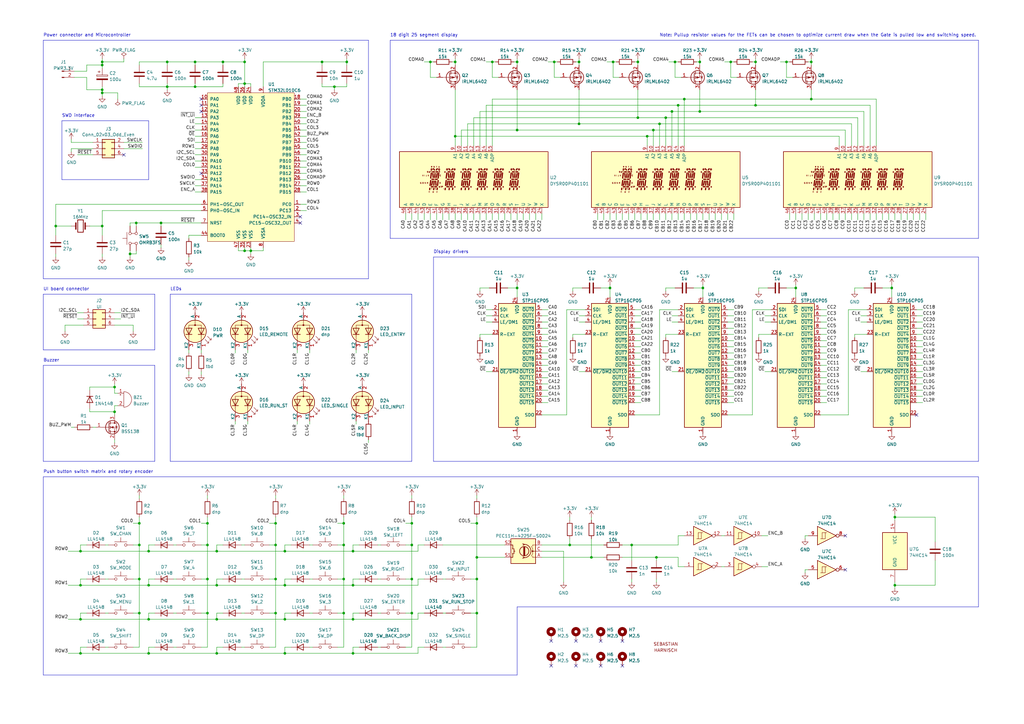
<source format=kicad_sch>
(kicad_sch (version 20230121) (generator eeschema)
  (paper "A3")
  (title_block (title "UI Board for Programmable Precision Resistor") (date "2023-08-19") (rev "B") (company "Sebastian Harnisch"))
  (junction (at 41.91 25.4))
  (junction (at 85.09 251.46))
  (junction (at 102.87 102.87))
  (junction (at 57.15 214.63))
  (junction (at 237.49 25.4))
  (junction (at 309.88 43.18))
  (junction (at 270.51 50.8))
  (junction (at 41.91 92.71))
  (junction (at 278.13 43.18))
  (junction (at 33.02 267.97))
  (junction (at 60.96 240.03))
  (junction (at 195.58 251.46))
  (junction (at 85.09 214.63))
  (junction (at 269.24 228.6))
  (junction (at 233.68 223.52))
  (junction (at 46.99 158.75))
  (junction (at 186.69 25.4))
  (junction (at 168.91 214.63))
  (junction (at 168.91 251.46))
  (junction (at 287.02 45.72))
  (junction (at 33.02 254))
  (junction (at 116.84 254))
  (junction (at 195.58 228.6))
  (junction (at 33.02 240.03))
  (junction (at 113.03 214.63))
  (junction (at 227.33 25.4))
  (junction (at 57.15 251.46))
  (junction (at 212.09 53.34))
  (junction (at 276.86 25.4))
  (junction (at 140.97 214.63))
  (junction (at 299.72 25.4))
  (junction (at 250.19 118.11))
  (junction (at 140.97 251.46))
  (junction (at 212.09 25.4))
  (junction (at 41.91 38.1))
  (junction (at 60.96 267.97))
  (junction (at 116.84 267.97))
  (junction (at 88.9 240.03))
  (junction (at 365.76 118.11))
  (junction (at 100.33 34.29))
  (junction (at 60.96 254))
  (junction (at 53.34 104.14))
  (junction (at 116.84 226.06))
  (junction (at 332.74 40.64))
  (junction (at 142.24 25.4))
  (junction (at 261.62 48.26))
  (junction (at 186.69 55.88))
  (junction (at 100.33 25.4))
  (junction (at 280.67 40.64))
  (junction (at 88.9 267.97))
  (junction (at 46.99 168.91))
  (junction (at 80.01 25.4))
  (junction (at 288.29 118.11))
  (junction (at 33.02 226.06))
  (junction (at 265.43 55.88))
  (junction (at 168.91 237.49))
  (junction (at 237.49 50.8))
  (junction (at 242.57 228.6))
  (junction (at 168.91 223.52))
  (junction (at 309.88 25.4))
  (junction (at 326.39 118.11))
  (junction (at 144.78 267.97))
  (junction (at 85.09 223.52))
  (junction (at 176.53 25.4))
  (junction (at 85.09 237.49))
  (junction (at 91.44 25.4))
  (junction (at 57.15 237.49))
  (junction (at 22.86 92.71))
  (junction (at 88.9 226.06))
  (junction (at 201.93 25.4))
  (junction (at 251.46 25.4))
  (junction (at 60.96 226.06))
  (junction (at 195.58 214.63))
  (junction (at 113.03 223.52))
  (junction (at 66.04 91.44))
  (junction (at 140.97 223.52))
  (junction (at 259.08 223.52))
  (junction (at 332.74 25.4))
  (junction (at 195.58 237.49))
  (junction (at 41.91 36.83))
  (junction (at 88.9 254))
  (junction (at 367.03 212.09))
  (junction (at 144.78 226.06))
  (junction (at 57.15 223.52))
  (junction (at 273.05 48.26))
  (junction (at 267.97 53.34))
  (junction (at 287.02 25.4))
  (junction (at 367.03 240.03))
  (junction (at 80.01 35.56))
  (junction (at 144.78 240.03))
  (junction (at 116.84 240.03))
  (junction (at 132.08 25.4))
  (junction (at 55.88 91.44))
  (junction (at 113.03 237.49))
  (junction (at 144.78 254))
  (junction (at 68.58 25.4))
  (junction (at 322.58 25.4))
  (junction (at 41.91 26.67))
  (junction (at 275.59 45.72))
  (junction (at 212.09 118.11))
  (junction (at 137.16 35.56))
  (junction (at 113.03 251.46))
  (junction (at 261.62 25.4))
  (junction (at 100.33 102.87))
  (junction (at 140.97 237.49))
  (junction (at 68.58 35.56))
  (no_connect (at 346.71 219.71))
  (no_connect (at 346.71 233.68))
  (no_connect (at 236.22 273.05))
  (no_connect (at 226.06 273.05))
  (no_connect (at 255.27 273.05))
  (no_connect (at 255.27 262.89))
  (no_connect (at 226.06 262.89))
  (no_connect (at 236.22 262.89))
  (no_connect (at 246.38 273.05))
  (no_connect (at 246.38 262.89))
  (no_connect (at 82.55 71.12))
  (no_connect (at 82.55 45.72))
  (no_connect (at 375.92 170.18))
  (no_connect (at 50.8 63.5))
  (no_connect (at 123.19 91.44))
  (no_connect (at 123.19 88.9))
  (no_connect (at 82.55 43.18))
  (no_connect (at 82.55 40.64))
  (wire (pts (xy 107.95 102.87) (xy 107.95 101.6)))
  (wire (pts (xy 140.97 214.63) (xy 140.97 223.52)))
  (wire (pts (xy 63.5 251.46) (xy 60.96 251.46)))
  (wire (pts (xy 199.39 43.18) (xy 199.39 59.69)))
  (wire (pts (xy 91.44 265.43) (xy 88.9 265.43)))
  (wire (pts (xy 287.02 45.72) (xy 275.59 45.72)))
  (wire (pts (xy 80.01 68.58) (xy 82.55 68.58)))
  (wire (pts (xy 85.09 251.46) (xy 85.09 265.43)))
  (wire (pts (xy 41.91 26.67) (xy 41.91 27.94)))
  (wire (pts (xy 280.67 40.64) (xy 332.74 40.64)))
  (wire (pts (xy 91.44 25.4) (xy 91.44 26.67)))
  (wire (pts (xy 54.61 214.63) (xy 57.15 214.63)))
  (wire (pts (xy 350.52 137.16) (xy 350.52 138.43)))
  (wire (pts (xy 267.97 53.34) (xy 267.97 59.69)))
  (polyline (pts (xy 151.13 16.51) (xy 151.13 114.3)))
  (wire (pts (xy 54.61 251.46) (xy 57.15 251.46)))
  (wire (pts (xy 119.38 251.46) (xy 116.84 251.46)))
  (wire (pts (xy 260.35 144.78) (xy 262.89 144.78)))
  (wire (pts (xy 233.68 220.98) (xy 233.68 223.52)))
  (wire (pts (xy 125.73 76.2) (xy 123.19 76.2)))
  (wire (pts (xy 344.17 87.63) (xy 344.17 90.17)))
  (wire (pts (xy 278.13 132.08) (xy 275.59 132.08)))
  (wire (pts (xy 270.51 50.8) (xy 270.51 59.69)))
  (wire (pts (xy 261.62 36.83) (xy 261.62 48.26)))
  (wire (pts (xy 285.75 25.4) (xy 287.02 25.4)))
  (wire (pts (xy 144.78 254) (xy 171.45 254)))
  (wire (pts (xy 326.39 116.84) (xy 326.39 118.11)))
  (wire (pts (xy 77.47 143.51) (xy 77.47 144.78)))
  (wire (pts (xy 27.94 254) (xy 33.02 254)))
  (wire (pts (xy 138.43 251.46) (xy 140.97 251.46)))
  (wire (pts (xy 193.04 214.63) (xy 195.58 214.63)))
  (wire (pts (xy 132.08 35.56) (xy 132.08 34.29)))
  (wire (pts (xy 137.16 35.56) (xy 137.16 36.83)))
  (wire (pts (xy 346.71 53.34) (xy 346.71 59.69)))
  (wire (pts (xy 260.35 132.08) (xy 262.89 132.08)))
  (wire (pts (xy 102.87 101.6) (xy 102.87 102.87)))
  (wire (pts (xy 232.41 127) (xy 240.03 127)))
  (polyline (pts (xy 17.78 276.86) (xy 212.09 276.86)))
  (wire (pts (xy 273.05 119.38) (xy 273.05 118.11)))
  (polyline (pts (xy 17.78 120.65) (xy 63.5 120.65)))
  (wire (pts (xy 323.85 87.63) (xy 323.85 90.17)))
  (polyline (pts (xy 17.78 16.51) (xy 17.78 114.3)))
  (wire (pts (xy 96.52 143.51) (xy 96.52 144.78)))
  (wire (pts (xy 171.45 223.52) (xy 171.45 226.06)))
  (wire (pts (xy 377.19 87.63) (xy 377.19 90.17)))
  (wire (pts (xy 237.49 50.8) (xy 270.51 50.8)))
  (wire (pts (xy 287.02 45.72) (xy 354.33 45.72)))
  (wire (pts (xy 312.42 232.41) (xy 314.96 232.41)))
  (wire (pts (xy 34.29 130.81) (xy 31.75 130.81)))
  (polyline (pts (xy 17.78 195.58) (xy 401.32 195.58)))
  (wire (pts (xy 50.8 60.96) (xy 58.42 60.96)))
  (wire (pts (xy 336.55 160.02) (xy 339.09 160.02)))
  (wire (pts (xy 212.09 36.83) (xy 212.09 53.34)))
  (wire (pts (xy 222.25 137.16) (xy 224.79 137.16)))
  (wire (pts (xy 234.95 118.11) (xy 238.76 118.11)))
  (wire (pts (xy 85.09 214.63) (xy 85.09 223.52)))
  (wire (pts (xy 154.94 251.46) (xy 156.21 251.46)))
  (wire (pts (xy 222.25 165.1) (xy 224.79 165.1)))
  (wire (pts (xy 177.8 25.4) (xy 176.53 25.4)))
  (polyline (pts (xy 151.13 114.3) (xy 17.78 114.3)))
  (wire (pts (xy 60.96 223.52) (xy 60.96 226.06)))
  (wire (pts (xy 27.94 267.97) (xy 33.02 267.97)))
  (wire (pts (xy 125.73 60.96) (xy 123.19 60.96)))
  (wire (pts (xy 91.44 223.52) (xy 88.9 223.52)))
  (wire (pts (xy 224.79 25.4) (xy 227.33 25.4)))
  (wire (pts (xy 54.61 223.52) (xy 57.15 223.52)))
  (wire (pts (xy 222.25 160.02) (xy 224.79 160.02)))
  (wire (pts (xy 29.21 60.96) (xy 38.1 60.96)))
  (wire (pts (xy 168.91 237.49) (xy 168.91 251.46)))
  (wire (pts (xy 138.43 265.43) (xy 140.97 265.43)))
  (wire (pts (xy 80.01 78.74) (xy 82.55 78.74)))
  (wire (pts (xy 275.59 90.17) (xy 275.59 87.63)))
  (wire (pts (xy 166.37 237.49) (xy 168.91 237.49)))
  (wire (pts (xy 41.91 92.71) (xy 41.91 96.52)))
  (polyline (pts (xy 17.78 149.86) (xy 17.78 189.23)))
  (wire (pts (xy 284.48 118.11) (xy 288.29 118.11)))
  (wire (pts (xy 260.35 157.48) (xy 262.89 157.48)))
  (wire (pts (xy 273.05 137.16) (xy 273.05 138.43)))
  (wire (pts (xy 361.95 87.63) (xy 361.95 90.17)))
  (wire (pts (xy 298.45 154.94) (xy 300.99 154.94)))
  (wire (pts (xy 359.41 59.69) (xy 359.41 40.64)))
  (wire (pts (xy 222.25 228.6) (xy 242.57 228.6)))
  (wire (pts (xy 140.97 223.52) (xy 140.97 237.49)))
  (wire (pts (xy 113.03 212.09) (xy 113.03 214.63)))
  (wire (pts (xy 336.55 162.56) (xy 339.09 162.56)))
  (wire (pts (xy 201.93 129.54) (xy 199.39 129.54)))
  (wire (pts (xy 336.55 142.24) (xy 339.09 142.24)))
  (wire (pts (xy 222.25 144.78) (xy 224.79 144.78)))
  (wire (pts (xy 375.92 162.56) (xy 378.46 162.56)))
  (wire (pts (xy 260.35 25.4) (xy 261.62 25.4)))
  (wire (pts (xy 173.99 223.52) (xy 171.45 223.52)))
  (wire (pts (xy 195.58 212.09) (xy 195.58 214.63)))
  (wire (pts (xy 209.55 87.63) (xy 209.55 90.17)))
  (wire (pts (xy 116.84 267.97) (xy 144.78 267.97)))
  (wire (pts (xy 119.38 223.52) (xy 116.84 223.52)))
  (wire (pts (xy 265.43 55.88) (xy 265.43 59.69)))
  (wire (pts (xy 33.02 223.52) (xy 33.02 226.06)))
  (wire (pts (xy 173.99 237.49) (xy 171.45 237.49)))
  (wire (pts (xy 261.62 48.26) (xy 194.31 48.26)))
  (wire (pts (xy 101.6 143.51) (xy 101.6 144.78)))
  (wire (pts (xy 250.19 118.11) (xy 250.19 121.92)))
  (wire (pts (xy 347.98 170.18) (xy 347.98 127)))
  (wire (pts (xy 121.92 143.51) (xy 121.92 144.78)))
  (wire (pts (xy 278.13 25.4) (xy 276.86 25.4)))
  (wire (pts (xy 57.15 203.2) (xy 57.15 204.47)))
  (wire (pts (xy 110.49 265.43) (xy 113.03 265.43)))
  (wire (pts (xy 125.73 63.5) (xy 123.19 63.5)))
  (wire (pts (xy 186.69 24.13) (xy 186.69 25.4)))
  (wire (pts (xy 287.02 25.4) (xy 287.02 26.67)))
  (polyline (pts (xy 69.85 120.65) (xy 69.85 189.23)))
  (wire (pts (xy 125.73 48.26) (xy 123.19 48.26)))
  (wire (pts (xy 242.57 212.09) (xy 242.57 213.36)))
  (polyline (pts (xy 177.8 105.41) (xy 401.32 105.41)))
  (wire (pts (xy 232.41 170.18) (xy 232.41 127)))
  (wire (pts (xy 270.51 90.17) (xy 270.51 87.63)))
  (wire (pts (xy 55.88 91.44) (xy 55.88 92.71)))
  (wire (pts (xy 144.78 240.03) (xy 171.45 240.03)))
  (wire (pts (xy 367.03 210.82) (xy 367.03 212.09)))
  (wire (pts (xy 280.67 40.64) (xy 280.67 59.69)))
  (wire (pts (xy 195.58 251.46) (xy 195.58 265.43)))
  (wire (pts (xy 41.91 35.56) (xy 41.91 36.83)))
  (wire (pts (xy 125.73 55.88) (xy 123.19 55.88)))
  (wire (pts (xy 142.24 34.29) (xy 142.24 35.56)))
  (wire (pts (xy 35.56 29.21) (xy 35.56 26.67)))
  (wire (pts (xy 334.01 87.63) (xy 334.01 90.17)))
  (wire (pts (xy 194.31 87.63) (xy 194.31 90.17)))
  (wire (pts (xy 242.57 228.6) (xy 247.65 228.6)))
  (wire (pts (xy 113.03 237.49) (xy 113.03 251.46)))
  (wire (pts (xy 57.15 237.49) (xy 54.61 237.49)))
  (wire (pts (xy 57.15 212.09) (xy 57.15 214.63)))
  (wire (pts (xy 375.92 149.86) (xy 378.46 149.86)))
  (wire (pts (xy 222.25 87.63) (xy 222.25 90.17)))
  (wire (pts (xy 298.45 132.08) (xy 300.99 132.08)))
  (wire (pts (xy 219.71 87.63) (xy 219.71 90.17)))
  (wire (pts (xy 27.94 226.06) (xy 33.02 226.06)))
  (wire (pts (xy 113.03 223.52) (xy 113.03 237.49)))
  (wire (pts (xy 270.51 170.18) (xy 270.51 127)))
  (wire (pts (xy 270.51 127) (xy 278.13 127)))
  (wire (pts (xy 336.55 170.18) (xy 347.98 170.18)))
  (wire (pts (xy 68.58 34.29) (xy 68.58 35.56)))
  (polyline (pts (xy 401.32 16.51) (xy 401.32 97.79)))
  (wire (pts (xy 29.21 62.23) (xy 29.21 60.96)))
  (polyline (pts (xy 168.91 189.23) (xy 69.85 189.23)))
  (wire (pts (xy 132.08 25.4) (xy 132.08 26.67)))
  (wire (pts (xy 323.85 25.4) (xy 322.58 25.4)))
  (wire (pts (xy 38.1 175.26) (xy 39.37 175.26)))
  (wire (pts (xy 168.91 87.63) (xy 168.91 90.17)))
  (wire (pts (xy 237.49 24.13) (xy 237.49 25.4)))
  (wire (pts (xy 77.47 106.68) (xy 77.47 105.41)))
  (wire (pts (xy 60.96 265.43) (xy 63.5 265.43)))
  (wire (pts (xy 147.32 265.43) (xy 144.78 265.43)))
  (wire (pts (xy 50.8 58.42) (xy 58.42 58.42)))
  (wire (pts (xy 35.56 26.67) (xy 41.91 26.67)))
  (wire (pts (xy 142.24 24.13) (xy 142.24 25.4)))
  (wire (pts (xy 50.8 25.4) (xy 41.91 25.4)))
  (wire (pts (xy 311.15 118.11) (xy 314.96 118.11)))
  (wire (pts (xy 359.41 40.64) (xy 332.74 40.64)))
  (wire (pts (xy 255.27 90.17) (xy 255.27 87.63)))
  (wire (pts (xy 285.75 90.17) (xy 285.75 87.63)))
  (wire (pts (xy 195.58 228.6) (xy 195.58 237.49)))
  (polyline (pts (xy 63.5 189.23) (xy 17.78 189.23)))
  (wire (pts (xy 295.91 219.71) (xy 297.18 219.71)))
  (wire (pts (xy 212.09 118.11) (xy 212.09 121.92)))
  (wire (pts (xy 140.97 203.2) (xy 140.97 204.47)))
  (wire (pts (xy 375.92 129.54) (xy 378.46 129.54)))
  (wire (pts (xy 33.02 251.46) (xy 33.02 254)))
  (polyline (pts (xy 177.8 105.41) (xy 177.8 189.23)))
  (wire (pts (xy 80.01 53.34) (xy 82.55 53.34)))
  (wire (pts (xy 116.84 223.52) (xy 116.84 226.06)))
  (wire (pts (xy 379.73 87.63) (xy 379.73 90.17)))
  (wire (pts (xy 71.12 223.52) (xy 72.39 223.52)))
  (wire (pts (xy 127 223.52) (xy 128.27 223.52)))
  (wire (pts (xy 367.03 87.63) (xy 367.03 90.17)))
  (wire (pts (xy 375.92 137.16) (xy 378.46 137.16)))
  (wire (pts (xy 309.88 24.13) (xy 309.88 25.4)))
  (polyline (pts (xy 401.32 189.23) (xy 177.8 189.23)))
  (wire (pts (xy 251.46 31.75) (xy 254 31.75)))
  (wire (pts (xy 35.56 223.52) (xy 33.02 223.52)))
  (wire (pts (xy 308.61 25.4) (xy 309.88 25.4)))
  (wire (pts (xy 123.19 68.58) (xy 125.73 68.58)))
  (wire (pts (xy 144.78 265.43) (xy 144.78 267.97)))
  (wire (pts (xy 336.55 157.48) (xy 339.09 157.48)))
  (wire (pts (xy 102.87 102.87) (xy 102.87 104.14)))
  (wire (pts (xy 336.55 154.94) (xy 339.09 154.94)))
  (wire (pts (xy 80.01 73.66) (xy 82.55 73.66)))
  (wire (pts (xy 53.34 91.44) (xy 55.88 91.44)))
  (wire (pts (xy 186.69 25.4) (xy 186.69 26.67)))
  (wire (pts (xy 186.69 55.88) (xy 265.43 55.88)))
  (wire (pts (xy 199.39 127) (xy 201.93 127)))
  (wire (pts (xy 191.77 50.8) (xy 191.77 59.69)))
  (wire (pts (xy 26.67 135.89) (xy 26.67 133.35)))
  (wire (pts (xy 123.19 40.64) (xy 125.73 40.64)))
  (wire (pts (xy 85.09 212.09) (xy 85.09 214.63)))
  (wire (pts (xy 330.2 233.68) (xy 331.47 233.68)))
  (wire (pts (xy 365.76 116.84) (xy 365.76 118.11)))
  (wire (pts (xy 248.92 25.4) (xy 251.46 25.4)))
  (wire (pts (xy 288.29 118.11) (xy 288.29 121.92)))
  (wire (pts (xy 97.79 101.6) (xy 97.79 102.87)))
  (wire (pts (xy 46.99 168.91) (xy 46.99 166.37)))
  (wire (pts (xy 240.03 132.08) (xy 237.49 132.08)))
  (wire (pts (xy 332.74 24.13) (xy 332.74 25.4)))
  (wire (pts (xy 336.55 127) (xy 339.09 127)))
  (wire (pts (xy 375.92 127) (xy 378.46 127)))
  (wire (pts (xy 222.25 170.18) (xy 232.41 170.18)))
  (wire (pts (xy 57.15 251.46) (xy 57.15 265.43)))
  (wire (pts (xy 336.55 87.63) (xy 336.55 90.17)))
  (wire (pts (xy 375.92 157.48) (xy 378.46 157.48)))
  (polyline (pts (xy 17.78 120.65) (xy 17.78 143.51)))
  (wire (pts (xy 80.01 25.4) (xy 91.44 25.4)))
  (wire (pts (xy 261.62 25.4) (xy 261.62 26.67)))
  (wire (pts (xy 29.21 175.26) (xy 30.48 175.26)))
  (wire (pts (xy 97.79 102.87) (xy 100.33 102.87)))
  (wire (pts (xy 53.34 105.41) (xy 53.34 104.14)))
  (wire (pts (xy 227.33 25.4) (xy 227.33 31.75)))
  (wire (pts (xy 116.84 240.03) (xy 144.78 240.03)))
  (wire (pts (xy 240.03 152.4) (xy 237.49 152.4)))
  (wire (pts (xy 91.44 237.49) (xy 88.9 237.49)))
  (wire (pts (xy 320.04 25.4) (xy 322.58 25.4)))
  (wire (pts (xy 233.68 212.09) (xy 233.68 213.36)))
  (wire (pts (xy 222.25 154.94) (xy 224.79 154.94)))
  (wire (pts (xy 322.58 31.75) (xy 325.12 31.75)))
  (wire (pts (xy 147.32 223.52) (xy 144.78 223.52)))
  (wire (pts (xy 80.01 66.04) (xy 82.55 66.04)))
  (wire (pts (xy 356.87 43.18) (xy 309.88 43.18)))
  (wire (pts (xy 252.73 25.4) (xy 251.46 25.4)))
  (wire (pts (xy 298.45 134.62) (xy 300.99 134.62)))
  (wire (pts (xy 245.11 90.17) (xy 245.11 87.63)))
  (wire (pts (xy 260.35 127) (xy 262.89 127)))
  (polyline (pts (xy 401.32 248.92) (xy 401.32 195.58)))
  (wire (pts (xy 309.88 25.4) (xy 309.88 26.67)))
  (wire (pts (xy 278.13 43.18) (xy 278.13 59.69)))
  (wire (pts (xy 298.45 129.54) (xy 300.99 129.54)))
  (wire (pts (xy 222.25 147.32) (xy 224.79 147.32)))
  (wire (pts (xy 316.23 152.4) (xy 313.69 152.4)))
  (wire (pts (xy 210.82 25.4) (xy 212.09 25.4)))
  (wire (pts (xy 88.9 226.06) (xy 116.84 226.06)))
  (wire (pts (xy 88.9 237.49) (xy 88.9 240.03)))
  (wire (pts (xy 375.92 132.08) (xy 378.46 132.08)))
  (wire (pts (xy 287.02 36.83) (xy 287.02 45.72)))
  (polyline (pts (xy 63.5 149.86) (xy 63.5 189.23)))
  (wire (pts (xy 195.58 237.49) (xy 195.58 251.46)))
  (wire (pts (xy 35.56 36.83) (xy 41.91 36.83)))
  (wire (pts (xy 173.99 265.43) (xy 171.45 265.43)))
  (wire (pts (xy 186.69 55.88) (xy 186.69 59.69)))
  (wire (pts (xy 356.87 59.69) (xy 356.87 43.18)))
  (wire (pts (xy 80.01 55.88) (xy 82.55 55.88)))
  (wire (pts (xy 260.35 134.62) (xy 262.89 134.62)))
  (wire (pts (xy 283.21 90.17) (xy 283.21 87.63)))
  (wire (pts (xy 138.43 237.49) (xy 140.97 237.49)))
  (wire (pts (xy 82.55 214.63) (xy 85.09 214.63)))
  (wire (pts (xy 186.69 87.63) (xy 186.69 90.17)))
  (wire (pts (xy 295.91 90.17) (xy 295.91 87.63)))
  (wire (pts (xy 298.45 165.1) (xy 300.99 165.1)))
  (wire (pts (xy 189.23 53.34) (xy 189.23 59.69)))
  (wire (pts (xy 121.92 172.72) (xy 121.92 173.99)))
  (wire (pts (xy 309.88 43.18) (xy 278.13 43.18)))
  (wire (pts (xy 46.99 166.37) (xy 48.26 166.37)))
  (wire (pts (xy 48.26 40.64) (xy 48.26 38.1)))
  (wire (pts (xy 168.91 203.2) (xy 168.91 204.47)))
  (wire (pts (xy 123.19 45.72) (xy 125.73 45.72)))
  (wire (pts (xy 350.52 137.16) (xy 355.6 137.16)))
  (wire (pts (xy 66.04 91.44) (xy 82.55 91.44)))
  (wire (pts (xy 274.32 25.4) (xy 276.86 25.4)))
  (wire (pts (xy 278.13 152.4) (xy 275.59 152.4)))
  (wire (pts (xy 346.71 87.63) (xy 346.71 90.17)))
  (wire (pts (xy 196.85 118.11) (xy 200.66 118.11)))
  (wire (pts (xy 137.16 35.56) (xy 142.24 35.56)))
  (wire (pts (xy 212.09 53.34) (xy 189.23 53.34)))
  (wire (pts (xy 269.24 228.6) (xy 278.13 228.6)))
  (wire (pts (xy 100.33 35.56) (xy 100.33 34.29)))
  (wire (pts (xy 278.13 43.18) (xy 199.39 43.18)))
  (wire (pts (xy 33.02 267.97) (xy 33.02 265.43)))
  (wire (pts (xy 184.15 87.63) (xy 184.15 90.17)))
  (wire (pts (xy 222.25 226.06) (xy 231.14 226.06)))
  (wire (pts (xy 222.25 162.56) (xy 224.79 162.56)))
  (wire (pts (xy 119.38 265.43) (xy 116.84 265.43)))
  (wire (pts (xy 212.09 25.4) (xy 212.09 26.67)))
  (wire (pts (xy 222.25 142.24) (xy 224.79 142.24)))
  (wire (pts (xy 298.45 162.56) (xy 300.99 162.56)))
  (wire (pts (xy 261.62 24.13) (xy 261.62 25.4)))
  (wire (pts (xy 330.2 233.68) (xy 330.2 234.95)))
  (wire (pts (xy 267.97 90.17) (xy 267.97 87.63)))
  (wire (pts (xy 260.35 154.94) (xy 262.89 154.94)))
  (wire (pts (xy 260.35 152.4) (xy 262.89 152.4)))
  (wire (pts (xy 208.28 118.11) (xy 212.09 118.11)))
  (wire (pts (xy 140.97 212.09) (xy 140.97 214.63)))
  (polyline (pts (xy 212.09 248.92) (xy 401.32 248.92)))
  (wire (pts (xy 26.67 133.35) (xy 34.29 133.35)))
  (wire (pts (xy 336.55 137.16) (xy 339.09 137.16)))
  (wire (pts (xy 191.77 87.63) (xy 191.77 90.17)))
  (wire (pts (xy 88.9 223.52) (xy 88.9 226.06)))
  (polyline (pts (xy 401.32 105.41) (xy 401.32 189.23)))
  (wire (pts (xy 326.39 87.63) (xy 326.39 90.17)))
  (wire (pts (xy 125.73 78.74) (xy 123.19 78.74)))
  (wire (pts (xy 85.09 203.2) (xy 85.09 204.47)))
  (wire (pts (xy 316.23 132.08) (xy 313.69 132.08)))
  (wire (pts (xy 375.92 134.62) (xy 378.46 134.62)))
  (wire (pts (xy 212.09 87.63) (xy 212.09 90.17)))
  (wire (pts (xy 116.84 265.43) (xy 116.84 267.97)))
  (wire (pts (xy 260.35 90.17) (xy 260.35 87.63)))
  (wire (pts (xy 199.39 25.4) (xy 201.93 25.4)))
  (wire (pts (xy 311.15 119.38) (xy 311.15 118.11)))
  (wire (pts (xy 176.53 31.75) (xy 179.07 31.75)))
  (wire (pts (xy 336.55 139.7) (xy 339.09 139.7)))
  (wire (pts (xy 154.94 237.49) (xy 156.21 237.49)))
  (wire (pts (xy 53.34 104.14) (xy 53.34 102.87)))
  (wire (pts (xy 123.19 73.66) (xy 125.73 73.66)))
  (wire (pts (xy 201.93 87.63) (xy 201.93 90.17)))
  (wire (pts (xy 222.25 132.08) (xy 224.79 132.08)))
  (wire (pts (xy 201.93 59.69) (xy 201.93 40.64)))
  (wire (pts (xy 185.42 25.4) (xy 186.69 25.4)))
  (wire (pts (xy 99.06 223.52) (xy 100.33 223.52)))
  (wire (pts (xy 189.23 87.63) (xy 189.23 90.17)))
  (wire (pts (xy 43.18 223.52) (xy 44.45 223.52)))
  (wire (pts (xy 166.37 265.43) (xy 168.91 265.43)))
  (wire (pts (xy 186.69 36.83) (xy 186.69 55.88)))
  (wire (pts (xy 125.73 53.34) (xy 123.19 53.34)))
  (wire (pts (xy 82.55 237.49) (xy 85.09 237.49)))
  (wire (pts (xy 290.83 90.17) (xy 290.83 87.63)))
  (wire (pts (xy 236.22 25.4) (xy 237.49 25.4)))
  (wire (pts (xy 171.45 87.63) (xy 171.45 90.17)))
  (wire (pts (xy 355.6 129.54) (xy 353.06 129.54)))
  (wire (pts (xy 41.91 86.36) (xy 82.55 86.36)))
  (wire (pts (xy 349.25 50.8) (xy 349.25 59.69)))
  (wire (pts (xy 80.01 76.2) (xy 82.55 76.2)))
  (wire (pts (xy 100.33 102.87) (xy 102.87 102.87)))
  (wire (pts (xy 168.91 251.46) (xy 168.91 265.43)))
  (wire (pts (xy 217.17 87.63) (xy 217.17 90.17)))
  (wire (pts (xy 88.9 240.03) (xy 116.84 240.03)))
  (wire (pts (xy 166.37 214.63) (xy 168.91 214.63)))
  (wire (pts (xy 344.17 55.88) (xy 344.17 59.69)))
  (wire (pts (xy 287.02 24.13) (xy 287.02 25.4)))
  (wire (pts (xy 222.25 157.48) (xy 224.79 157.48)))
  (wire (pts (xy 212.09 116.84) (xy 212.09 118.11)))
  (wire (pts (xy 383.54 240.03) (xy 383.54 229.87)))
  (wire (pts (xy 88.9 251.46) (xy 88.9 254)))
  (wire (pts (xy 196.85 87.63) (xy 196.85 90.17)))
  (wire (pts (xy 349.25 87.63) (xy 349.25 90.17)))
  (wire (pts (xy 146.05 143.51) (xy 146.05 144.78)))
  (wire (pts (xy 33.02 265.43) (xy 35.56 265.43)))
  (wire (pts (xy 367.03 240.03) (xy 383.54 240.03)))
  (wire (pts (xy 276.86 25.4) (xy 276.86 31.75)))
  (wire (pts (xy 273.05 137.16) (xy 278.13 137.16)))
  (wire (pts (xy 77.47 153.67) (xy 77.47 152.4)))
  (wire (pts (xy 168.91 223.52) (xy 168.91 237.49)))
  (wire (pts (xy 54.61 265.43) (xy 57.15 265.43)))
  (wire (pts (xy 278.13 228.6) (xy 278.13 232.41)))
  (wire (pts (xy 227.33 31.75) (xy 229.87 31.75)))
  (wire (pts (xy 107.95 25.4) (xy 107.95 35.56)))
  (wire (pts (xy 107.95 25.4) (xy 132.08 25.4)))
  (wire (pts (xy 297.18 25.4) (xy 299.72 25.4)))
  (wire (pts (xy 267.97 53.34) (xy 346.71 53.34)))
  (wire (pts (xy 127 143.51) (xy 127 144.78)))
  (wire (pts (xy 91.44 25.4) (xy 100.33 25.4)))
  (wire (pts (xy 298.45 127) (xy 300.99 127)))
  (wire (pts (xy 123.19 58.42) (xy 125.73 58.42)))
  (polyline (pts (xy 17.78 16.51) (xy 151.13 16.51)))
  (wire (pts (xy 127 172.72) (xy 127 173.99)))
  (wire (pts (xy 222.25 152.4) (xy 224.79 152.4)))
  (wire (pts (xy 123.19 71.12) (xy 125.73 71.12)))
  (wire (pts (xy 132.08 25.4) (xy 142.24 25.4)))
  (wire (pts (xy 166.37 251.46) (xy 168.91 251.46)))
  (wire (pts (xy 29.21 58.42) (xy 29.21 57.15)))
  (wire (pts (xy 201.93 31.75) (xy 204.47 31.75)))
  (wire (pts (xy 22.86 83.82) (xy 82.55 83.82)))
  (wire (pts (xy 99.06 237.49) (xy 100.33 237.49)))
  (wire (pts (xy 300.99 25.4) (xy 299.72 25.4)))
  (polyline (pts (xy 60.96 49.53) (xy 60.96 73.66)))
  (wire (pts (xy 27.94 240.03) (xy 33.02 240.03)))
  (polyline (pts (xy 401.32 97.79) (xy 160.02 97.79)))
  (wire (pts (xy 222.25 129.54) (xy 224.79 129.54)))
  (wire (pts (xy 82.55 223.52) (xy 85.09 223.52)))
  (wire (pts (xy 80.01 63.5) (xy 82.55 63.5)))
  (wire (pts (xy 43.18 265.43) (xy 44.45 265.43)))
  (wire (pts (xy 181.61 237.49) (xy 182.88 237.49)))
  (wire (pts (xy 110.49 237.49) (xy 113.03 237.49)))
  (wire (pts (xy 85.09 237.49) (xy 85.09 251.46)))
  (wire (pts (xy 298.45 137.16) (xy 300.99 137.16)))
  (wire (pts (xy 260.35 165.1) (xy 262.89 165.1)))
  (wire (pts (xy 147.32 237.49) (xy 144.78 237.49)))
  (wire (pts (xy 30.48 31.75) (xy 35.56 31.75)))
  (wire (pts (xy 33.02 267.97) (xy 60.96 267.97)))
  (wire (pts (xy 125.73 86.36) (xy 123.19 86.36)))
  (wire (pts (xy 298.45 157.48) (xy 300.99 157.48)))
  (wire (pts (xy 154.94 265.43) (xy 156.21 265.43)))
  (wire (pts (xy 196.85 137.16) (xy 196.85 138.43)))
  (wire (pts (xy 308.61 127) (xy 316.23 127)))
  (wire (pts (xy 322.58 118.11) (xy 326.39 118.11)))
  (wire (pts (xy 260.35 162.56) (xy 262.89 162.56)))
  (wire (pts (xy 173.99 25.4) (xy 176.53 25.4)))
  (wire (pts (xy 60.96 254) (xy 88.9 254)))
  (wire (pts (xy 88.9 267.97) (xy 116.84 267.97)))
  (wire (pts (xy 22.86 83.82) (xy 22.86 92.71)))
  (wire (pts (xy 171.45 251.46) (xy 171.45 254)))
  (wire (pts (xy 375.92 144.78) (xy 378.46 144.78)))
  (wire (pts (xy 269.24 237.49) (xy 269.24 238.76)))
  (wire (pts (xy 234.95 119.38) (xy 234.95 118.11)))
  (wire (pts (xy 38.1 63.5) (xy 31.75 63.5)))
  (wire (pts (xy 116.84 254) (xy 144.78 254)))
  (wire (pts (xy 383.54 212.09) (xy 383.54 222.25)))
  (polyline (pts (xy 69.85 120.65) (xy 168.91 120.65)))
  (wire (pts (xy 336.55 129.54) (xy 339.09 129.54)))
  (wire (pts (xy 207.01 87.63) (xy 207.01 90.17)))
  (wire (pts (xy 80.01 35.56) (xy 91.44 35.56)))
  (wire (pts (xy 351.79 48.26) (xy 351.79 59.69)))
  (wire (pts (xy 125.73 50.8) (xy 123.19 50.8)))
  (wire (pts (xy 33.02 226.06) (xy 60.96 226.06)))
  (polyline (pts (xy 25.4 49.53) (xy 60.96 49.53)))
  (wire (pts (xy 214.63 87.63) (xy 214.63 90.17)))
  (wire (pts (xy 339.09 87.63) (xy 339.09 90.17)))
  (wire (pts (xy 22.86 92.71) (xy 22.86 96.52)))
  (wire (pts (xy 57.15 26.67) (xy 57.15 25.4)))
  (wire (pts (xy 260.35 149.86) (xy 262.89 149.86)))
  (wire (pts (xy 347.98 127) (xy 355.6 127)))
  (wire (pts (xy 35.56 31.75) (xy 35.56 36.83)))
  (wire (pts (xy 193.04 237.49) (xy 195.58 237.49)))
  (wire (pts (xy 255.27 223.52) (xy 259.08 223.52)))
  (wire (pts (xy 259.08 223.52) (xy 278.13 223.52)))
  (wire (pts (xy 298.45 160.02) (xy 300.99 160.02)))
  (wire (pts (xy 80.01 48.26) (xy 82.55 48.26)))
  (wire (pts (xy 80.01 60.96) (xy 82.55 60.96)))
  (wire (pts (xy 260.35 137.16) (xy 262.89 137.16)))
  (wire (pts (xy 138.43 223.52) (xy 140.97 223.52)))
  (wire (pts (xy 265.43 55.88) (xy 344.17 55.88)))
  (wire (pts (xy 326.39 118.11) (xy 326.39 121.92)))
  (wire (pts (xy 66.04 91.44) (xy 66.04 92.71)))
  (wire (pts (xy 193.04 265.43) (xy 195.58 265.43)))
  (wire (pts (xy 231.14 226.06) (xy 231.14 238.76)))
  (wire (pts (xy 233.68 223.52) (xy 247.65 223.52)))
  (polyline (pts (xy 160.02 16.51) (xy 160.02 97.79)))
  (wire (pts (xy 311.15 137.16) (xy 316.23 137.16)))
  (wire (pts (xy 173.99 251.46) (xy 171.45 251.46)))
  (wire (pts (xy 53.34 91.44) (xy 53.34 92.71)))
  (wire (pts (xy 247.65 90.17) (xy 247.65 87.63)))
  (wire (pts (xy 91.44 251.46) (xy 88.9 251.46)))
  (wire (pts (xy 298.45 90.17) (xy 298.45 87.63)))
  (wire (pts (xy 36.83 168.91) (xy 46.99 168.91)))
  (wire (pts (xy 201.93 25.4) (xy 201.93 31.75)))
  (wire (pts (xy 60.96 237.49) (xy 60.96 240.03)))
  (wire (pts (xy 140.97 251.46) (xy 140.97 265.43)))
  (wire (pts (xy 332.74 36.83) (xy 332.74 40.64)))
  (wire (pts (xy 33.02 240.03) (xy 60.96 240.03)))
  (wire (pts (xy 222.25 149.86) (xy 224.79 149.86)))
  (wire (pts (xy 308.61 170.18) (xy 308.61 127)))
  (wire (pts (xy 375.92 154.94) (xy 378.46 154.94)))
  (polyline (pts (xy 160.02 16.51) (xy 401.32 16.51)))
  (wire (pts (xy 298.45 152.4) (xy 300.99 152.4)))
  (wire (pts (xy 99.06 251.46) (xy 100.33 251.46)))
  (wire (pts (xy 123.19 43.18) (xy 125.73 43.18)))
  (wire (pts (xy 332.74 25.4) (xy 332.74 26.67)))
  (wire (pts (xy 255.27 228.6) (xy 269.24 228.6)))
  (wire (pts (xy 228.6 25.4) (xy 227.33 25.4)))
  (wire (pts (xy 269.24 228.6) (xy 269.24 229.87)))
  (wire (pts (xy 127 265.43) (xy 128.27 265.43)))
  (wire (pts (xy 298.45 147.32) (xy 300.99 147.32)))
  (wire (pts (xy 273.05 48.26) (xy 351.79 48.26)))
  (wire (pts (xy 113.03 214.63) (xy 113.03 223.52)))
  (wire (pts (xy 41.91 24.13) (xy 41.91 25.4)))
  (wire (pts (xy 361.95 118.11) (xy 365.76 118.11)))
  (wire (pts (xy 166.37 223.52) (xy 168.91 223.52)))
  (wire (pts (xy 299.72 25.4) (xy 299.72 31.75)))
  (polyline (pts (xy 212.09 276.86) (xy 212.09 248.92)))
  (wire (pts (xy 35.56 237.49) (xy 33.02 237.49)))
  (wire (pts (xy 367.03 212.09) (xy 367.03 213.36)))
  (wire (pts (xy 66.04 101.6) (xy 66.04 100.33)))
  (wire (pts (xy 82.55 265.43) (xy 85.09 265.43)))
  (wire (pts (xy 176.53 87.63) (xy 176.53 90.17)))
  (wire (pts (xy 102.87 34.29) (xy 102.87 35.56)))
  (wire (pts (xy 330.2 219.71) (xy 331.47 219.71)))
  (wire (pts (xy 116.84 226.06) (xy 144.78 226.06)))
  (wire (pts (xy 101.6 172.72) (xy 101.6 173.99)))
  (wire (pts (xy 355.6 132.08) (xy 353.06 132.08)))
  (wire (pts (xy 97.79 35.56) (xy 97.79 34.29)))
  (wire (pts (xy 278.13 129.54) (xy 275.59 129.54)))
  (wire (pts (xy 140.97 237.49) (xy 140.97 251.46)))
  (wire (pts (xy 41.91 36.83) (xy 41.91 38.1)))
  (wire (pts (xy 375.92 152.4) (xy 378.46 152.4)))
  (wire (pts (xy 331.47 87.63) (xy 331.47 90.17)))
  (wire (pts (xy 57.15 237.49) (xy 57.15 251.46)))
  (wire (pts (xy 195.58 203.2) (xy 195.58 204.47)))
  (wire (pts (xy 199.39 87.63) (xy 199.39 90.17)))
  (wire (pts (xy 144.78 226.06) (xy 171.45 226.06)))
  (wire (pts (xy 359.41 87.63) (xy 359.41 90.17)))
  (wire (pts (xy 82.55 251.46) (xy 85.09 251.46)))
  (wire (pts (xy 367.03 238.76) (xy 367.03 240.03)))
  (wire (pts (xy 288.29 116.84) (xy 288.29 118.11)))
  (wire (pts (xy 252.73 90.17) (xy 252.73 87.63)))
  (wire (pts (xy 250.19 116.84) (xy 250.19 118.11)))
  (wire (pts (xy 116.84 237.49) (xy 116.84 240.03)))
  (wire (pts (xy 31.75 128.27) (xy 34.29 128.27)))
  (wire (pts (xy 367.03 212.09) (xy 383.54 212.09)))
  (wire (pts (xy 88.9 265.43) (xy 88.9 267.97)))
  (wire (pts (xy 91.44 35.56) (xy 91.44 34.29)))
  (wire (pts (xy 71.12 265.43) (xy 72.39 265.43)))
  (wire (pts (xy 82.55 153.67) (xy 82.55 152.4)))
  (wire (pts (xy 351.79 87.63) (xy 351.79 90.17)))
  (wire (pts (xy 43.18 237.49) (xy 44.45 237.49)))
  (wire (pts (xy 113.03 203.2) (xy 113.03 204.47)))
  (wire (pts (xy 181.61 265.43) (xy 182.88 265.43)))
  (wire (pts (xy 60.96 240.03) (xy 88.9 240.03)))
  (wire (pts (xy 201.93 152.4) (xy 199.39 152.4)))
  (wire (pts (xy 237.49 25.4) (xy 237.49 26.67)))
  (wire (pts (xy 80.01 25.4) (xy 80.01 26.67)))
  (wire (pts (xy 127 237.49) (xy 128.27 237.49)))
  (wire (pts (xy 350.52 119.38) (xy 350.52 118.11)))
  (wire (pts (xy 222.25 139.7) (xy 224.79 139.7)))
  (wire (pts (xy 222.25 134.62) (xy 224.79 134.62)))
  (wire (pts (xy 144.78 267.97) (xy 171.45 267.97)))
  (wire (pts (xy 364.49 87.63) (xy 364.49 90.17)))
  (wire (pts (xy 82.55 143.51) (xy 82.55 144.78)))
  (wire (pts (xy 142.24 25.4) (xy 142.24 26.67)))
  (wire (pts (xy 48.26 161.29) (xy 46.99 161.29)))
  (wire (pts (xy 375.92 160.02) (xy 378.46 160.02)))
  (polyline (pts (xy 17.78 149.86) (xy 63.5 149.86)))
  (wire (pts (xy 55.88 102.87) (xy 55.88 104.14)))
  (wire (pts (xy 36.83 92.71) (xy 41.91 92.71)))
  (wire (pts (xy 196.85 119.38) (xy 196.85 118.11)))
  (wire (pts (xy 77.47 97.79) (xy 77.47 96.52)))
  (wire (pts (xy 356.87 87.63) (xy 356.87 90.17)))
  (wire (pts (xy 259.08 237.49) (xy 259.08 238.76)))
  (wire (pts (xy 322.58 25.4) (xy 322.58 31.75)))
  (wire (pts (xy 54.61 133.35) (xy 46.99 133.35)))
  (wire (pts (xy 57.15 25.4) (xy 68.58 25.4)))
  (polyline (pts (xy 63.5 120.65) (xy 63.5 143.51)))
  (wire (pts (xy 278.13 223.52) (xy 278.13 219.71)))
  (wire (pts (xy 336.55 149.86) (xy 339.09 149.86)))
  (wire (pts (xy 68.58 35.56) (xy 57.15 35.56)))
  (wire (pts (xy 80.01 50.8) (xy 82.55 50.8)))
  (wire (pts (xy 168.91 214.63) (xy 168.91 223.52)))
  (wire (pts (xy 261.62 48.26) (xy 273.05 48.26)))
  (wire (pts (xy 33.02 254) (xy 60.96 254)))
  (wire (pts (xy 80.01 58.42) (xy 82.55 58.42)))
  (wire (pts (xy 196.85 137.16) (xy 201.93 137.16)))
  (wire (pts (xy 68.58 25.4) (xy 80.01 25.4)))
  (wire (pts (xy 100.33 34.29) (xy 102.87 34.29)))
  (wire (pts (xy 270.51 50.8) (xy 349.25 50.8)))
  (wire (pts (xy 262.89 90.17) (xy 262.89 87.63)))
  (wire (pts (xy 212.09 24.13) (xy 212.09 25.4)))
  (wire (pts (xy 336.55 165.1) (xy 339.09 165.1)))
  (wire (pts (xy 41.91 105.41) (xy 41.91 104.14)))
  (wire (pts (xy 30.48 29.21) (xy 35.56 29.21)))
  (wire (pts (xy 195.58 228.6) (xy 207.01 228.6)))
  (wire (pts (xy 278.13 219.71) (xy 280.67 219.71)))
  (polyline (pts (xy 168.91 120.65) (xy 168.91 189.23)))
  (wire (pts (xy 110.49 223.52) (xy 113.03 223.52)))
  (wire (pts (xy 80.01 35.56) (xy 80.01 34.29)))
  (wire (pts (xy 250.19 90.17) (xy 250.19 87.63)))
  (wire (pts (xy 154.94 223.52) (xy 156.21 223.52)))
  (wire (pts (xy 151.13 143.51) (xy 151.13 144.78)))
  (wire (pts (xy 60.96 267.97) (xy 60.96 265.43)))
  (wire (pts (xy 60.96 251.46) (xy 60.96 254)))
  (wire (pts (xy 48.26 38.1) (xy 41.91 38.1)))
  (wire (pts (xy 372.11 87.63) (xy 372.11 90.17)))
  (wire (pts (xy 173.99 87.63) (xy 173.99 90.17)))
  (wire (pts (xy 49.53 128.27) (xy 46.99 128.27)))
  (wire (pts (xy 46.99 157.48) (xy 46.99 158.75)))
  (wire (pts (xy 354.33 87.63) (xy 354.33 90.17)))
  (wire (pts (xy 375.92 139.7) (xy 378.46 139.7)))
  (wire (pts (xy 68.58 35.56) (xy 80.01 35.56)))
  (wire (pts (xy 137.16 35.56) (xy 132.08 35.56)))
  (wire (pts (xy 110.49 251.46) (xy 113.03 251.46)))
  (wire (pts (xy 49.53 130.81) (xy 46.99 130.81)))
  (wire (pts (xy 316.23 129.54) (xy 313.69 129.54)))
  (wire (pts (xy 35.56 251.46) (xy 33.02 251.46)))
  (wire (pts (xy 341.63 87.63) (xy 341.63 90.17)))
  (wire (pts (xy 50.8 24.13) (xy 50.8 25.4)))
  (wire (pts (xy 43.18 251.46) (xy 44.45 251.46)))
  (wire (pts (xy 280.67 90.17) (xy 280.67 87.63)))
  (wire (pts (xy 68.58 25.4) (xy 68.58 26.67)))
  (wire (pts (xy 300.99 90.17) (xy 300.99 87.63)))
  (wire (pts (xy 240.03 129.54) (xy 237.49 129.54)))
  (wire (pts (xy 194.31 48.26) (xy 194.31 59.69)))
  (wire (pts (xy 257.81 90.17) (xy 257.81 87.63)))
  (wire (pts (xy 57.15 223.52) (xy 57.15 237.49)))
  (wire (pts (xy 237.49 36.83) (xy 237.49 50.8)))
  (wire (pts (xy 46.99 170.18) (xy 46.99 168.91)))
  (wire (pts (xy 146.05 172.72) (xy 146.05 173.99)))
  (wire (pts (xy 46.99 181.61) (xy 46.99 180.34)))
  (wire (pts (xy 265.43 90.17) (xy 265.43 87.63)))
  (wire (pts (xy 196.85 45.72) (xy 196.85 59.69)))
  (wire (pts (xy 312.42 219.71) (xy 314.96 219.71)))
  (wire (pts (xy 99.06 265.43) (xy 100.33 265.43)))
  (wire (pts (xy 63.5 223.52) (xy 60.96 223.52)))
  (wire (pts (xy 233.68 223.52) (xy 222.25 223.52)))
  (wire (pts (xy 273.05 90.17) (xy 273.05 87.63)))
  (wire (pts (xy 138.43 214.63) (xy 140.97 214.63)))
  (wire (pts (xy 295.91 232.41) (xy 297.18 232.41)))
  (wire (pts (xy 68.58 35.56) (xy 68.58 36.83)))
  (wire (pts (xy 41.91 25.4) (xy 41.91 26.67)))
  (wire (pts (xy 193.04 251.46) (xy 195.58 251.46)))
  (wire (pts (xy 36.83 160.02) (xy 36.83 158.75)))
  (wire (pts (xy 234.95 137.16) (xy 234.95 138.43)))
  (wire (pts (xy 100.33 25.4) (xy 100.33 24.13)))
  (wire (pts (xy 278.13 90.17) (xy 278.13 87.63)))
  (wire (pts (xy 123.19 66.04) (xy 125.73 66.04)))
  (wire (pts (xy 203.2 25.4) (xy 201.93 25.4)))
  (wire (pts (xy 41.91 86.36) (xy 41.91 92.71)))
  (wire (pts (xy 260.35 142.24) (xy 262.89 142.24)))
  (wire (pts (xy 127 251.46) (xy 128.27 251.46)))
  (wire (pts (xy 102.87 102.87) (xy 107.95 102.87)))
  (wire (pts (xy 375.92 165.1) (xy 378.46 165.1)))
  (wire (pts (xy 273.05 48.26) (xy 273.05 59.69)))
  (wire (pts (xy 375.92 142.24) (xy 378.46 142.24)))
  (wire (pts (xy 55.88 91.44) (xy 66.04 91.44)))
  (wire (pts (xy 41.91 38.1) (xy 41.91 39.37)))
  (wire (pts (xy 355.6 152.4) (xy 353.06 152.4)))
  (wire (pts (xy 336.55 144.78) (xy 339.09 144.78)))
  (wire (pts (xy 328.93 87.63) (xy 328.93 90.17)))
  (wire (pts (xy 275.59 45.72) (xy 196.85 45.72)))
  (wire (pts (xy 168.91 212.09) (xy 168.91 214.63)))
  (wire (pts (xy 100.33 34.29) (xy 100.33 25.4)))
  (polyline (pts (xy 17.78 195.58) (xy 17.78 276.86)))
  (wire (pts (xy 60.96 267.97) (xy 88.9 267.97)))
  (wire (pts (xy 22.86 105.41) (xy 22.86 104.14)))
  (wire (pts (xy 110.49 214.63) (xy 113.03 214.63)))
  (wire (pts (xy 85.09 223.52) (xy 85.09 237.49)))
  (wire (pts (xy 311.15 137.16) (xy 311.15 138.43)))
  (wire (pts (xy 195.58 214.63) (xy 195.58 228.6)))
  (wire (pts (xy 96.52 172.72) (xy 96.52 173.99)))
  (wire (pts (xy 116.84 251.46) (xy 116.84 254)))
  (wire (pts (xy 36.83 167.64) (xy 36.83 168.91)))
  (wire (pts (xy 331.47 25.4) (xy 332.74 25.4)))
  (wire (pts (xy 260.35 139.7) (xy 262.89 139.7)))
  (wire (pts (xy 204.47 87.63) (xy 204.47 90.17)))
  (wire (pts (xy 71.12 251.46) (xy 72.39 251.46)))
  (wire (pts (xy 55.88 104.14) (xy 53.34 104.14)))
  (wire (pts (xy 22.86 92.71) (xy 29.21 92.71)))
  (wire (pts (xy 54.61 135.89) (xy 54.61 133.35)))
  (wire (pts (xy 57.15 214.63) (xy 57.15 223.52)))
  (wire (pts (xy 367.03 240.03) (xy 367.03 241.3)))
  (polyline (pts (xy 60.96 73.66) (xy 25.4 73.66)))
  (wire (pts (xy 144.78 251.46) (xy 144.78 254)))
  (wire (pts (xy 179.07 87.63) (xy 179.07 90.17)))
  (wire (pts (xy 374.65 87.63) (xy 374.65 90.17)))
  (wire (pts (xy 350.52 118.11) (xy 354.33 118.11)))
  (wire (pts (xy 63.5 237.49) (xy 60.96 237.49)))
  (wire (pts (xy 60.96 226.06) (xy 88.9 226.06)))
  (wire (pts (xy 298.45 170.18) (xy 308.61 170.18)))
  (wire (pts (xy 100.33 101.6) (xy 100.33 102.87)))
  (wire (pts (xy 119.38 237.49) (xy 116.84 237.49)))
  (wire (pts (xy 113.03 251.46) (xy 113.03 265.43)))
  (wire (pts (xy 260.35 160.02) (xy 262.89 160.02)))
  (wire (pts (xy 144.78 237.49) (xy 144.78 240.03)))
  (wire (pts (xy 309.88 36.83) (xy 309.88 43.18)))
  (wire (pts (xy 147.32 251.46) (xy 144.78 251.46)))
  (wire (pts (xy 234.95 137.16) (xy 240.03 137.16)))
  (wire (pts (xy 97.79 34.29) (xy 100.33 34.29)))
  (wire (pts (xy 171.45 265.43) (xy 171.45 267.97)))
  (wire (pts (xy 298.45 144.78) (xy 300.99 144.78)))
  (wire (pts (xy 375.92 147.32) (xy 378.46 147.32)))
  (wire (pts (xy 275.59 45.72) (xy 275.59 59.69)))
  (wire (pts (xy 151.13 181.61) (xy 151.13 180.34)))
  (wire (pts (xy 38.1 58.42) (xy 29.21 58.42)))
  (wire (pts (xy 125.73 83.82) (xy 123.19 83.82)))
  (wire (pts (xy 201.93 40.64) (xy 280.67 40.64)))
  (wire (pts (xy 251.46 25.4) (xy 251.46 31.75)))
  (wire (pts (xy 259.08 223.52) (xy 259.08 229.87)))
  (wire (pts (xy 181.61 223.52) (xy 207.01 223.52)))
  (wire (pts (xy 88.9 254) (xy 116.84 254)))
  (wire (pts (xy 77.47 96.52) (xy 82.55 96.52)))
  (wire (pts (xy 260.35 129.54) (xy 262.89 129.54)))
  (wire (pts (xy 71.12 237.49) (xy 72.39 237.49)))
  (wire (pts (xy 336.55 147.32) (xy 339.09 147.32)))
  (wire (pts (xy 33.02 237.49) (xy 33.02 240.03)))
  (wire (pts (xy 278.13 232.41) (xy 280.67 232.41)))
  (wire (pts (xy 330.2 219.71) (xy 330.2 220.98)))
  (wire (pts (xy 298.45 142.24) (xy 300.99 142.24)))
  (wire (pts (xy 144.78 223.52) (xy 144.78 226.06)))
  (wire (pts (xy 298.45 139.7) (xy 300.99 139.7)))
  (polyline (pts (xy 63.5 143.51) (xy 17.78 143.51)))
  (wire (pts (xy 276.86 31.75) (xy 279.4 31.75)))
  (wire (pts (xy 201.93 132.08) (xy 199.39 132.08)))
  (wire (pts (xy 36.83 158.75) (xy 46.99 158.75)))
  (wire (pts (xy 181.61 87.63) (xy 181.61 90.17)))
  (wire (pts (xy 176.53 25.4) (xy 176.53 31.75)))
  (wire (pts (xy 288.29 90.17) (xy 288.29 87.63)))
  (wire (pts (xy 273.05 118.11) (xy 276.86 118.11)))
  (wire (pts (xy 260.35 170.18) (xy 270.51 170.18)))
  (wire (pts (xy 299.72 31.75) (xy 302.26 31.75)))
  (wire (pts (xy 354.33 45.72) (xy 354.33 59.69)))
  (wire (pts (xy 57.15 35.56) (xy 57.15 34.29)))
  (wire (pts (xy 365.76 118.11) (xy 365.76 121.92)))
  (wire (pts (xy 237.49 50.8) (xy 191.77 50.8)))
  (wire (pts (xy 298.45 149.86) (xy 300.99 149.86)))
  (wire (pts (xy 336.55 134.62) (xy 339.09 134.62)))
  (wire (pts (xy 212.09 53.34) (xy 267.97 53.34)))
  (wire (pts (xy 246.38 118.11) (xy 250.19 118.11)))
  (wire (pts (xy 369.57 87.63) (xy 369.57 90.17)))
  (wire (pts (xy 171.45 237.49) (xy 171.45 240.03)))
  (wire (pts (xy 181.61 251.46) (xy 182.88 251.46)))
  (wire (pts (xy 260.35 147.32) (xy 262.89 147.32)))
  (wire (pts (xy 336.55 152.4) (xy 339.09 152.4)))
  (wire (pts (xy 336.55 132.08) (xy 339.09 132.08)))
  (wire (pts (xy 222.25 127) (xy 224.79 127)))
  (wire (pts (xy 293.37 90.17) (xy 293.37 87.63)))
  (wire (pts (xy 166.37 87.63) (xy 166.37 90.17)))
  (wire (pts (xy 46.99 158.75) (xy 46.99 161.29)))
  (polyline (pts (xy 25.4 73.66) (xy 25.4 49.53)))
  (wire (pts (xy 242.57 220.98) (xy 242.57 228.6)))
  (text "Push button switch matrix and rotary encoder" (at 17.78 194.31 0) (effects (font (size 1.27 1.27)) (justify left bottom)))
  (text "Display drivers" (at 177.8 104.14 0) (effects (font (size 1.27 1.27)) (justify left bottom)))
  (text "18 digit 25 segment display" (at 160.02 15.24 0) (effects (font (size 1.27 1.27)) (justify left bottom)))
  (text "SWD interface" (at 25.4 48.26 0) (effects (font (size 1.27 1.27)) (justify left bottom)))
  (text "LEDs" (at 69.85 119.38 0) (effects (font (size 1.27 1.27)) (justify left bottom)))
  (text "Power connector and Microcontroller" (at 17.78 15.24 0) (effects (font (size 1.27 1.27)) (justify left bottom)))
  (text "UI board connector" (at 17.78 119.38 0) (effects (font (size 1.27 1.27)) (justify left bottom)))
  (text "Buzzer" (at 17.78 148.59 0) (effects (font (size 1.27 1.27)) (justify left bottom)))
  (text "Note: Pullup resistor values for the FETs can be chosen to optimize current draw when the Gate is pulled low and switching speed." (at 270.51 15.24 0) (effects (font (size 1.27 1.27)) (justify left bottom)))
  (label "I2C_SDA" (at 80.01 66.04 180))
  (label "CB18" (at 290.83 90.17 270))
  (label "ENC_B" (at 314.96 219.71 0))
  (label "LE" (at 199.39 132.08 180))
  (label "CB7" (at 262.89 162.56 0))
  (label "CC19" (at 372.11 90.17 270))
  (label "CA10" (at 191.77 90.17 270))
  (label "CB4" (at 255.27 90.17 270))
  (label "CB16" (at 300.99 144.78 0))
  (label "CA20" (at 262.89 137.16 0))
  (label "LE" (at 313.69 132.08 180))
  (label "CA0" (at 166.37 90.17 270))
  (label "COL1" (at 125.73 78.74 0))
  (label "I2C_SCL" (at 31.75 128.27 180))
  (label "CB13" (at 300.99 137.16 0))
  (label "CA12" (at 224.79 157.48 0))
  (label "CC18" (at 378.46 127 0))
  (label "COMA4" (at 125.73 68.58 0))
  (label "CLK" (at 199.39 129.54 180))
  (label "COMA0" (at 125.73 40.64 0))
  (label "~{OE}" (at 199.39 152.4 180))
  (label "CB1" (at 262.89 147.32 0))
  (label "CA21" (at 262.89 139.7 0))
  (label "CA21" (at 219.71 90.17 270))
  (label "ROW2" (at 125.73 63.5 0))
  (label "CC13" (at 356.87 90.17 270))
  (label "CA8" (at 224.79 147.32 0))
  (label "CB2" (at 250.19 90.17 270))
  (label "CL0G" (at 378.46 157.48 0))
  (label "CL4G" (at 378.46 142.24 0))
  (label "CB13" (at 278.13 90.17 270))
  (label "CA19" (at 262.89 134.62 0))
  (label "BUZ_PWM" (at 29.21 175.26 180))
  (label "CL4R" (at 378.46 144.78 0))
  (label "CL1R" (at 378.46 147.32 0))
  (label "CC10" (at 349.25 90.17 270))
  (label "CB12" (at 300.99 134.62 0))
  (label "CA14" (at 224.79 162.56 0))
  (label "CC20" (at 378.46 132.08 0))
  (label "CL4R" (at 121.92 173.99 270))
  (label "CB21" (at 298.45 90.17 270))
  (label "CA11" (at 224.79 154.94 0))
  (label "CB0" (at 262.89 144.78 0))
  (label "COL0" (at 80.01 68.58 180))
  (label "CC15" (at 339.09 160.02 0))
  (label "~{INT_UI}" (at 49.53 130.81 0))
  (label "ROW3" (at 125.73 83.82 0))
  (label "CC11" (at 351.79 90.17 270))
  (label "CC2" (at 328.93 90.17 270))
  (label "CA4" (at 176.53 90.17 270))
  (label "CL3R" (at 378.46 152.4 0))
  (label "COMA5" (at 125.73 71.12 0))
  (label "CC11" (at 339.09 149.86 0))
  (label "CA10" (at 224.79 152.4 0))
  (label "CA12" (at 196.85 90.17 270))
  (label "CC21" (at 377.19 90.17 270))
  (label "CA17" (at 262.89 129.54 0))
  (label "CL3R" (at 96.52 173.99 270))
  (label "CL5R" (at 378.46 154.94 0))
  (label "CB15" (at 300.99 142.24 0))
  (label "SWDIO" (at 80.01 73.66 180))
  (label "CC21" (at 378.46 134.62 0))
  (label "CA18" (at 262.89 132.08 0))
  (label "CB17" (at 288.29 90.17 270))
  (label "LE" (at 353.06 132.08 180))
  (label "CA7" (at 224.79 144.78 0))
  (label "CC22" (at 378.46 137.16 0))
  (label "CB17" (at 300.99 147.32 0))
  (label "CL3G" (at 101.6 173.99 270))
  (label "~{OE}" (at 275.59 152.4 180))
  (label "CC13" (at 339.09 154.94 0))
  (label "CLK" (at 275.59 129.54 180))
  (label "CL2R" (at 378.46 165.1 0))
  (label "CB6" (at 260.35 90.17 270))
  (label "CC8" (at 339.09 142.24 0))
  (label "CL3G" (at 378.46 149.86 0))
  (label "SDI" (at 80.01 58.42 180))
  (label "CA9" (at 189.23 90.17 270))
  (label "I2C_SDA" (at 49.53 128.27 0))
  (label "CB8" (at 265.43 90.17 270))
  (label "CA2" (at 171.45 90.17 270))
  (label "CC15" (at 361.95 90.17 270))
  (label "COMA0" (at 173.99 25.4 180))
  (label "CB14" (at 280.67 90.17 270))
  (label "CC10" (at 339.09 147.32 0))
  (label "CC1" (at 300.99 165.1 0))
  (label "CB15" (at 283.21 90.17 270))
  (label "COL0" (at 54.61 214.63 180))
  (label "CA17" (at 209.55 90.17 270))
  (label "CA15" (at 204.47 90.17 270))
  (label "CC19" (at 378.46 129.54 0))
  (label "CB14" (at 300.99 139.7 0))
  (label "CL1R" (at 121.92 144.78 270))
  (label "CL2R" (at 146.05 144.78 270))
  (label "CC1" (at 326.39 90.17 270))
  (label "CC12" (at 354.33 90.17 270))
  (label "~{INT_UI}" (at 80.01 48.26 180))
  (label "SWCLK" (at 58.42 58.42 180))
  (label "CA19" (at 214.63 90.17 270))
  (label "ROW0" (at 27.94 226.06 180))
  (label "CA22" (at 222.25 90.17 270))
  (label "CC0" (at 300.99 162.56 0))
  (label "~{OE}" (at 80.01 55.88 180))
  (label "CC16" (at 339.09 162.56 0))
  (label "CB0" (at 245.11 90.17 270))
  (label "~{OE}" (at 353.06 152.4 180))
  (label "CB11" (at 273.05 90.17 270))
  (label "CB2" (at 262.89 149.86 0))
  (label "SDI" (at 199.39 127 180))
  (label "CB11" (at 300.99 132.08 0))
  (label "CB10" (at 270.51 90.17 270))
  (label "COMA5" (at 297.18 25.4 180))
  (label "CB22" (at 300.99 160.02 0))
  (label "~{OE}" (at 237.49 152.4 180))
  (label "CC17" (at 339.09 165.1 0))
  (label "CA16" (at 262.89 127 0))
  (label "CB3" (at 262.89 152.4 0))
  (label "COMA1" (at 125.73 43.18 0))
  (label "CA15" (at 224.79 165.1 0))
  (label "COMADP" (at 320.04 25.4 180))
  (label "COL2" (at 125.73 50.8 0))
  (label "CL4G" (at 127 173.99 270))
  (label "CL2G" (at 151.13 144.78 270))
  (label "CC7" (at 341.63 90.17 270))
  (label "CB4" (at 262.89 154.94 0))
  (label "CB19" (at 293.37 90.17 270))
  (label "CB5" (at 262.89 157.48 0))
  (label "COL2" (at 110.49 214.63 180))
  (label "~{RESET}" (at 80.01 91.44 180))
  (label "CA13" (at 224.79 160.02 0))
  (label "COL1" (at 82.55 214.63 180))
  (label "CL0R" (at 96.52 144.78 270))
  (label "CC7" (at 339.09 139.7 0))
  (label "CC0" (at 323.85 90.17 270))
  (label "CL0G" (at 101.6 144.78 270))
  (label "COL5" (at 193.04 214.63 180))
  (label "CA1" (at 168.91 90.17 270))
  (label "LE" (at 237.49 132.08 180))
  (label "COL3" (at 125.73 53.34 0))
  (label "CB16" (at 285.75 90.17 270))
  (label "SWCLK" (at 80.01 76.2 180))
  (label "CC18" (at 369.57 90.17 270))
  (label "~{RESET}" (at 31.75 63.5 0))
  (label "CB3" (at 252.73 90.17 270))
  (label "CL0R" (at 378.46 162.56 0))
  (label "CC5" (at 339.09 134.62 0))
  (label "CB10" (at 300.99 129.54 0))
  (label "~{OE}" (at 313.69 152.4 180))
  (label "CA3" (at 224.79 134.62 0))
  (label "CC9" (at 339.09 144.78 0))
  (label "COMA3" (at 248.92 25.4 180))
  (label "CL5R" (at 146.05 173.99 270))
  (label "COMA1" (at 199.39 25.4 180))
  (label "COMA3" (at 125.73 66.04 0))
  (label "CC5" (at 336.55 90.17 270))
  (label "CC6" (at 339.09 137.16 0))
  (label "COL4" (at 166.37 214.63 180))
  (label "CC9" (at 346.71 90.17 270))
  (label "COMA2" (at 125.73 45.72 0))
  (label "ROW1" (at 27.94 240.03 180))
  (label "CC8" (at 344.17 90.17 270))
  (label "COMA2" (at 224.79 25.4 180))
  (label "CB9" (at 300.99 127 0))
  (label "COL5" (at 125.73 60.96 0))
  (label "~{RESET}" (at 31.75 130.81 180))
  (label "CB12" (at 275.59 90.17 270))
  (label "BUZ_PWM" (at 125.73 55.88 0))
  (label "CLK" (at 80.01 53.34 180))
  (label "CLK" (at 353.06 129.54 180))
  (label "CC20" (at 374.65 90.17 270))
  (label "CA5" (at 224.79 139.7 0))
  (label "CA1" (at 224.79 129.54 0))
  (label "ROW2" (at 27.94 254 180))
  (label "CL1G" (at 127 144.78 270))
  (label "CB21" (at 300.99 157.48 0))
  (label "CB20" (at 300.99 154.94 0))
  (label "LE" (at 80.01 50.8 180))
  (label "CC14" (at 359.41 90.17 270))
  (label "CA7" (at 184.15 90.17 270))
  (label "CC4" (at 339.09 132.08 0))
  (label "CA0" (at 224.79 127 0))
  (label "COL3" (at 138.43 214.63 180))
  (label "CA22" (at 262.89 142.24 0))
  (label "CA3" (at 173.99 90.17 270))
  (label "CC3" (at 339.09 129.54 0))
  (label "CA9" (at 224.79 149.86 0))
  (label "ENC_B" (at 125.73 48.26 0))
  (label "CA6" (at 224.79 142.24 0))
  (label "CC16" (at 364.49 90.17 270))
  (label "CA14" (at 201.93 90.17 270))
  (label "SWDIO" (at 58.42 60.96 180))
  (label "CA8" (at 186.69 90.17 270))
  (label "CB1" (at 247.65 90.17 270))
  (label "CA16" (at 207.01 90.17 270))
  (label "CC14" (at 339.09 157.48 0))
  (label "CA18" (at 212.09 90.17 270))
  (label "ROW1" (at 80.01 60.96 180))
  (label "CA5" (at 179.07 90.17 270))
  (label "CC22" (at 379.73 90.17 270))
  (label "CB8" (at 262.89 165.1 0))
  (label "CL5G" (at 125.73 58.42 0))
  (label "CL2G" (at 378.46 160.02 0))
  (label "CB22" (at 300.99 90.17 270))
  (label "CB7" (at 262.89 90.17 270))
  (label "CL5G" (at 151.13 181.61 270))
  (label "CA13" (at 199.39 90.17 270))
  (label "CC17" (at 367.03 90.17 270))
  (label "CB5" (at 257.81 90.17 270))
  (label "CB18" (at 300.99 149.86 0))
  (label "CB19" (at 300.99 152.4 0))
  (label "COL4" (at 125.73 86.36 0))
  (label "CA11" (at 194.31 90.17 270))
  (label "ENC_A" (at 314.96 232.41 0))
  (label "CC2" (at 339.09 127 0))
  (label "CC3" (at 331.47 90.17 270))
  (label "CC12" (at 339.09 152.4 0))
  (label "CA20" (at 217.17 90.17 270))
  (label "CC6" (at 339.09 90.17 270))
  (label "LE" (at 275.59 132.08 180))
  (label "COMA4" (at 274.32 25.4 180))
  (label "CLK" (at 237.49 129.54 180))
  (label "CA2" (at 224.79 132.08 0))
  (label "CC4" (at 334.01 90.17 270))
  (label "COMADP" (at 125.73 73.66 0))
  (label "CA4" (at 224.79 137.16 0))
  (label "CB9" (at 267.97 90.17 270))
  (label "CLK" (at 313.69 129.54 180))
  (label "CB6" (at 262.89 160.02 0))
  (label "CA6" (at 181.61 90.17 270))
  (label "ROW3" (at 27.94 267.97 180))
  (label "I2C_SCL" (at 80.01 63.5 180))
  (label "ROW0" (at 125.73 76.2 0))
  (label "CB20" (at 295.91 90.17 270))
  (label "CL1G" (at 378.46 139.7 0))
  (label "ENC_A" (at 80.01 78.74 180))
  (symbol (lib_id "Switch:SW_Push") (at 161.29 251.46 0) (unit 1)
    (property "Reference" "SW20" (at 161.29 244.3947 0))
    (property "Value" "SW_ENTER" (at 161.29 246.8189 0))
    (property "Footprint" "01_Sebastian:PVA1" (effects hide))
  )
  (symbol (lib_id "power:+3.3V") (at 332.74 24.13 0) (unit 1)
    (property "Reference" "#PWR063" (effects hide))
    (property "Value" "+3.3V" (at 332.74 20.5542 0))
  )
  (symbol (lib_id "Mechanical:MountingHole_Pad") (at 226.06 260.35 0) (unit 1)
    (property "Reference" "H1" (at 228.6 258.2453 0) (effects (justify left)))
    (property "Value" "M2.5" (at 228.6 260.7822 0) (effects (justify left)))
    (property "Footprint" "MountingHole:MountingHole_2.7mm_M2.5_DIN965_Pad" (effects hide))
  )
  (symbol (lib_id "Switch:SW_Push") (at 77.47 251.46 0) (unit 1)
    (property "Reference" "SW8" (at 77.47 244.3947 0))
    (property "Value" "SW_1" (at 77.47 246.8189 0))
    (property "Footprint" "01_Sebastian:PVA1" (effects hide))
  )
  (symbol (lib_id "Switch:SW_Push") (at 187.96 251.46 0) (unit 1)
    (property "Reference" "SW23" (at 187.96 244.3947 0))
    (property "Value" "SW_RUN_STOP" (at 187.96 246.8189 0))
    (property "Footprint" "01_Sebastian:PVA1" (effects hide))
  )
  (symbol (lib_id "power:+3.3V") (at 186.69 24.13 0) (unit 1)
    (property "Reference" "#PWR033" (effects hide))
    (property "Value" "+3.3V" (at 186.69 20.5542 0))
  )
  (symbol (lib_id "Switch:SW_Push") (at 77.47 237.49 0) (unit 1)
    (property "Reference" "SW7" (at 77.47 230.4247 0))
    (property "Value" "SW_4" (at 77.47 232.8489 0))
    (property "Footprint" "01_Sebastian:PVA1" (effects hide))
  )
  (symbol (lib_id "Switch:SW_Push") (at 77.47 223.52 0) (unit 1)
    (property "Reference" "SW6" (at 77.47 216.4547 0))
    (property "Value" "SW_7" (at 77.47 218.8789 0))
    (property "Footprint" "01_Sebastian:PVA1" (effects hide))
  )
  (symbol (lib_id "Device:D") (at 39.37 223.52 0) (unit 1)
    (property "Reference" "D2" (at 39.37 218.5502 0))
    (property "Value" "LL4148" (at 39.37 221.0871 0))
    (property "Footprint" "Diode_SMD:D_MiniMELF" (effects hide))
    (property "Sim.Device" "D" (effects hide))
    (property "Sim.Pins" "1=K 2=A" (effects hide))
  )
  (symbol (lib_id "74xx:74HC14") (at 288.29 219.71 0) (unit 6)
    (property "Reference" "U7" (at 288.29 212.2002 0))
    (property "Value" "74HC14" (at 288.29 214.7371 0))
    (property "Footprint" "Package_SO:SO-14_3.9x8.65mm_P1.27mm" (effects hide))
    (property "Datasheet" "http://www.ti.com/lit/gpn/sn74HC14" (effects hide))
  )
  (symbol (lib_id "power:GND") (at 350.52 119.38 0) (unit 1)
    (property "Reference" "#PWR064" (effects hide))
    (property "Value" "GND" (at 350.52 123.8234 0))
  )
  (symbol (lib_id "Driver_LED:STP16CP05") (at 288.29 149.86 0) (unit 1)
    (property "Reference" "U6" (at 290.3094 120.7602 0) (effects (justify left)))
    (property "Value" "STP16CP05" (at 290.3094 123.2971 0) (effects (justify left)))
    (property "Footprint" "Package_SO:TSSOP-24_4.4x7.8mm_P0.65mm" (effects hide))
    (property "Datasheet" "https://www.st.com/resource/en/datasheet/stp16cp05.pdf" (effects hide))
  )
  (symbol (lib_id "Mechanical:MountingHole_Pad") (at 236.22 270.51 0) (unit 1)
    (property "Reference" "H4" (at 238.76 268.4053 0) (effects (justify left)))
    (property "Value" "M2.5" (at 238.76 270.9422 0) (effects (justify left)))
    (property "Footprint" "MountingHole:MountingHole_2.7mm_M2.5_DIN965_Pad" (effects hide))
  )
  (symbol (lib_id "power:+3.3V") (at 233.68 212.09 0) (unit 1)
    (property "Reference" "#PWR041" (effects hide))
    (property "Value" "+3.3V" (at 233.68 208.5142 0))
  )
  (symbol (lib_id "74xx:74HC14") (at 288.29 232.41 0) (unit 1)
    (property "Reference" "U7" (at 288.29 224.9002 0))
    (property "Value" "74HC14" (at 288.29 227.4371 0))
    (property "Footprint" "Package_SO:SO-14_3.9x8.65mm_P1.27mm" (effects hide))
    (property "Datasheet" "http://www.ti.com/lit/gpn/sn74HC14" (effects hide))
  )
  (symbol (lib_id "power:GND") (at 365.76 177.8 0) (unit 1)
    (property "Reference" "#PWR067" (effects hide))
    (property "Value" "GND" (at 365.76 182.2434 0))
  )
  (symbol (lib_id "Device:R") (at 181.61 25.4 90) (unit 1)
    (property "Reference" "R11" (at 181.61 20.6842 90))
    (property "Value" "15k" (at 181.61 23.2211 90))
    (property "Footprint" "01_Sebastian:R_0603_1608Metric_Box" (effects hide))
  )
  (symbol (lib_id "power:GND") (at 53.34 105.41 0) (unit 1)
    (property "Reference" "#PWR010" (effects hide))
    (property "Value" "GND" (at 53.34 109.8534 0))
  )
  (symbol (lib_id "Switch:SW_Push") (at 49.53 237.49 0) (unit 1)
    (property "Reference" "SW2" (at 49.53 230.4247 0))
    (property "Value" "SW_MODE" (at 49.53 232.8489 0))
    (property "Footprint" "01_Sebastian:PVA1" (effects hide))
  )
  (symbol (lib_id "Device:D") (at 95.25 223.52 0) (unit 1)
    (property "Reference" "D11" (at 95.25 218.5502 0))
    (property "Value" "LL4148" (at 95.25 221.0871 0))
    (property "Footprint" "Diode_SMD:D_MiniMELF" (effects hide))
    (property "Sim.Device" "D" (effects hide))
    (property "Sim.Pins" "1=K 2=A" (effects hide))
  )
  (symbol (lib_id "Device:LED_Dual_KAK") (at 80.01 135.89 270) (unit 1)
    (property "Reference" "D10" (at 87.249 135.1188 90) (effects (justify left)))
    (property "Value" "PWR" (at 87.249 137.6557 90) (effects (justify left)))
    (property "Footprint" "LED_THT:LED_D3.0mm-3" (effects hide))
  )
  (symbol (lib_id "Device:RotaryEncoder_Switch") (at 214.63 226.06 180) (unit 1)
    (property "Reference" "SW25" (at 214.63 217.2802 0))
    (property "Value" "PEC11H-4225F-S0024" (at 214.63 219.8171 0))
    (property "Footprint" "Rotary_Encoder:RotaryEncoder_Alps_EC11E-Switch_Vertical_H20mm_CircularMountingHoles" (effects hide))
  )
  (symbol (lib_id "power:GND") (at 288.29 177.8 0) (unit 1)
    (property "Reference" "#PWR055" (effects hide))
    (property "Value" "GND" (at 288.29 182.2434 0))
  )
  (symbol (lib_id "power:+3.3V") (at 326.39 116.84 0) (unit 1)
    (property "Reference" "#PWR059" (effects hide))
    (property "Value" "+3.3V" (at 326.39 113.2642 0))
  )
  (symbol (lib_id "Transistor_FET:BSS138") (at 44.45 175.26 0) (unit 1)
    (property "Reference" "Q1" (at 49.657 174.4253 0) (effects (justify left)))
    (property "Value" "BSS138" (at 49.657 176.9622 0) (effects (justify left)))
    (property "Footprint" "Package_TO_SOT_SMD:SOT-23" (effects hide))
    (property "Datasheet" "https://www.onsemi.com/pub/Collateral/BSS138-D.PDF" (effects hide))
  )
  (symbol (lib_id "Switch:SW_Push") (at 105.41 265.43 0) (unit 1)
    (property "Reference" "SW13" (at 105.41 258.3647 0))
    (property "Value" "SW_DP" (at 105.41 260.7889 0))
    (property "Footprint" "01_Sebastian:PVA1" (effects hide))
  )
  (symbol (lib_id "Device:D") (at 177.8 223.52 0) (unit 1)
    (property "Reference" "D29" (at 177.8 218.5502 0))
    (property "Value" "LL4148" (at 177.8 221.0871 0))
    (property "Footprint" "Diode_SMD:D_MiniMELF" (effects hide))
    (property "Sim.Device" "D" (effects hide))
    (property "Sim.Pins" "1=K 2=A" (effects hide))
  )
  (symbol (lib_id "power:GND") (at 77.47 106.68 0) (unit 1)
    (property "Reference" "#PWR015" (effects hide))
    (property "Value" "GND" (at 77.47 111.1234 0))
  )
  (symbol (lib_id "Device:D") (at 123.19 237.49 0) (unit 1)
    (property "Reference" "D18" (at 123.19 232.5202 0))
    (property "Value" "LL4148" (at 123.19 235.0571 0))
    (property "Footprint" "Diode_SMD:D_MiniMELF" (effects hide))
    (property "Sim.Device" "D" (effects hide))
    (property "Sim.Pins" "1=K 2=A" (effects hide))
  )
  (symbol (lib_id "power:GND") (at 234.95 119.38 0) (unit 1)
    (property "Reference" "#PWR042" (effects hide))
    (property "Value" "GND" (at 234.95 123.8234 0))
  )
  (symbol (lib_id "power:GND") (at 234.95 146.05 0) (unit 1)
    (property "Reference" "#PWR043" (effects hide))
    (property "Value" "GND" (at 238.76 148.59 0))
  )
  (symbol (lib_id "power:PWR_FLAG") (at 50.8 24.13 0) (unit 1)
    (property "Reference" "#FLG02" (effects hide))
    (property "Value" "PWR_FLAG" (at 50.8 20.5542 0))
  )
  (symbol (lib_id "Device:C") (at 22.86 100.33 0) (unit 1)
    (property "Reference" "C1" (at 25.781 99.4953 0) (effects (justify left)))
    (property "Value" "27p" (at 25.781 102.0322 0) (effects (justify left)))
    (property "Footprint" "01_Sebastian:C_0603_1608Metric_Box" (effects hide))
  )
  (symbol (lib_id "power:PWR_FLAG") (at 48.26 40.64 180) (unit 1)
    (property "Reference" "#FLG01" (effects hide))
    (property "Value" "PWR_FLAG" (at 49.911 42.3438 0) (effects (justify right)))
  )
  (symbol (lib_id "Switch:SW_Push") (at 105.41 237.49 0) (unit 1)
    (property "Reference" "SW11" (at 105.41 230.4247 0))
    (property "Value" "SW_5" (at 105.41 232.8489 0))
    (property "Footprint" "01_Sebastian:PVA1" (effects hide))
  )
  (symbol (lib_id "Mechanical:MountingHole_Pad") (at 236.22 260.35 0) (unit 1)
    (property "Reference" "H3" (at 238.76 258.2453 0) (effects (justify left)))
    (property "Value" "M2.5" (at 238.76 260.7822 0) (effects (justify left)))
    (property "Footprint" "MountingHole:MountingHole_2.7mm_M2.5_DIN965_Pad" (effects hide))
  )
  (symbol (lib_id "power:GND") (at 259.08 238.76 0) (unit 1)
    (property "Reference" "#PWR048" (effects hide))
    (property "Value" "GND" (at 259.08 243.2034 0))
  )
  (symbol (lib_id "Device:D") (at 123.19 223.52 0) (unit 1)
    (property "Reference" "D17" (at 123.19 218.5502 0))
    (property "Value" "LL4148" (at 123.19 221.0871 0))
    (property "Footprint" "Diode_SMD:D_MiniMELF" (effects hide))
    (property "Sim.Device" "D" (effects hide))
    (property "Sim.Pins" "1=K 2=A" (effects hide))
  )
  (symbol (lib_id "Switch:SW_Push") (at 133.35 223.52 0) (unit 1)
    (property "Reference" "SW14" (at 133.35 216.4547 0))
    (property "Value" "SW_9" (at 133.35 218.8789 0))
    (property "Footprint" "01_Sebastian:PVA1" (effects hide))
  )
  (symbol (lib_id "power:+3.3V") (at 41.91 24.13 0) (unit 1)
    (property "Reference" "#PWR05" (effects hide))
    (property "Value" "+3.3V" (at 41.91 20.5542 0))
  )
  (symbol (lib_id "Device:R") (at 85.09 208.28 0) (unit 1)
    (property "Reference" "R6" (at 86.868 207.4453 0) (effects (justify left)))
    (property "Value" "dnp" (at 86.868 209.9822 0) (effects (justify left)))
    (property "Footprint" "01_Sebastian:R_0603_1608Metric_Box" (effects hide))
  )
  (symbol (lib_id "power:GND") (at 330.2 234.95 0) (unit 1)
    (property "Reference" "#PWR062" (effects hide))
    (property "Value" "GND" (at 330.2 239.3934 0))
  )
  (symbol (lib_id "power:GND") (at 311.15 146.05 0) (unit 1)
    (property "Reference" "#PWR058" (effects hide))
    (property "Value" "GND" (at 314.96 148.59 0))
  )
  (symbol (lib_id "Transistor_FET:IRLML6402") (at 209.55 31.75 0) (mirror x) (unit 1)
    (property "Reference" "Q3" (at 214.757 30.9153 0) (effects (justify left)))
    (property "Value" "IRLML6402" (at 214.757 33.4522 0) (effects (justify left)))
    (property "Footprint" "Package_TO_SOT_SMD:SOT-23" (effects hide))
    (property "Datasheet" "https://www.infineon.com/dgdl/irlml6402pbf.pdf?fileId=5546d462533600a401535668d5c2263c" (effects hide))
  )
  (symbol (lib_id "Switch:SW_Push") (at 187.96 237.49 0) (unit 1)
    (property "Reference" "SW22" (at 187.96 230.8692 0))
    (property "Value" "SW_INPUT" (at 187.96 233.4061 0))
    (property "Footprint" "01_Sebastian:PVA1" (effects hide))
  )
  (symbol (lib_id "power:GND") (at 350.52 146.05 0) (unit 1)
    (property "Reference" "#PWR065" (effects hide))
    (property "Value" "GND" (at 354.33 148.59 0))
  )
  (symbol (lib_id "Device:R") (at 57.15 208.28 0) (unit 1)
    (property "Reference" "R2" (at 58.928 207.4453 0) (effects (justify left)))
    (property "Value" "dnp" (at 58.928 209.9822 0) (effects (justify left)))
    (property "Footprint" "01_Sebastian:R_0603_1608Metric_Box" (effects hide))
  )
  (symbol (lib_id "power:GND") (at 137.16 36.83 0) (unit 1)
    (property "Reference" "#PWR027" (effects hide))
    (property "Value" "GND" (at 137.16 41.2734 0))
  )
  (symbol (lib_id "Device:D") (at 95.25 265.43 0) (unit 1)
    (property "Reference" "D14" (at 95.25 260.4602 0))
    (property "Value" "LL4148" (at 95.25 262.9971 0))
    (property "Footprint" "Diode_SMD:D_MiniMELF" (effects hide))
    (property "Sim.Device" "D" (effects hide))
    (property "Sim.Pins" "1=K 2=A" (effects hide))
  )
  (symbol (lib_id "Device:LED_Dual_KAK") (at 124.46 135.89 270) (unit 1)
    (property "Reference" "D21" (at 131.699 134.7414 90) (effects (justify left)))
    (property "Value" "dnp" (at 131.699 137.1656 90) (effects (justify left)))
    (property "Footprint" "LED_THT:LED_D3.0mm-3" (effects hide))
  )
  (symbol (lib_id "Device:LED_Dual_KAK") (at 99.06 135.89 270) (unit 1)
    (property "Reference" "D15" (at 106.299 134.7414 90) (effects (justify left)))
    (property "Value" "LED_REMOTE" (at 106.299 137.1656 90) (effects (justify left)))
    (property "Footprint" "LED_THT:LED_D3.0mm-3" (effects hide))
  )
  (symbol (lib_id "Device:D") (at 67.31 223.52 0) (unit 1)
    (property "Reference" "D6" (at 67.31 218.5502 0))
    (property "Value" "LL4148" (at 67.31 221.0871 0))
    (property "Footprint" "Diode_SMD:D_MiniMELF" (effects hide))
    (property "Sim.Device" "D" (effects hide))
    (property "Sim.Pins" "1=K 2=A" (effects hide))
  )
  (symbol (lib_id "Transistor_FET:IRLML6402") (at 307.34 31.75 0) (mirror x) (unit 1)
    (property "Reference" "Q7" (at 312.547 30.9153 0) (effects (justify left)))
    (property "Value" "IRLML6402" (at 312.547 33.4522 0) (effects (justify left)))
    (property "Footprint" "Package_TO_SOT_SMD:SOT-23" (effects hide))
    (property "Datasheet" "https://www.infineon.com/dgdl/irlml6402pbf.pdf?fileId=5546d462533600a401535668d5c2263c" (effects hide))
  )
  (symbol (lib_id "Device:R") (at 281.94 25.4 90) (unit 1)
    (property "Reference" "R23" (at 281.94 20.6842 90))
    (property "Value" "15k" (at 281.94 23.2211 90))
    (property "Footprint" "01_Sebastian:R_0603_1608Metric_Box" (effects hide))
  )
  (symbol (lib_id "Switch:SW_Push") (at 49.53 251.46 0) (unit 1)
    (property "Reference" "SW3" (at 49.53 244.3947 0))
    (property "Value" "SW_MENU" (at 49.53 246.8189 0))
    (property "Footprint" "01_Sebastian:PVA1" (effects hide))
  )
  (symbol (lib_id "Device:C") (at 57.15 30.48 0) (unit 1)
    (property "Reference" "C4" (at 60.071 29.6453 0) (effects (justify left)))
    (property "Value" "4.7u" (at 60.071 32.1822 0) (effects (justify left)))
    (property "Footprint" "01_Sebastian:C_0603_1608Metric_Box" (effects hide))
  )
  (symbol (lib_id "power:GND") (at 68.58 36.83 0) (unit 1)
    (property "Reference" "#PWR014" (effects hide))
    (property "Value" "GND" (at 68.58 41.2734 0))
  )
  (symbol (lib_id "power:+3.3V") (at 140.97 203.2 0) (unit 1)
    (property "Reference" "#PWR028" (effects hide))
    (property "Value" "+3.3V" (at 140.97 199.6242 0))
  )
  (symbol (lib_id "Device:C") (at 358.14 118.11 270) (unit 1)
    (property "Reference" "C17" (at 358.14 111.8067 90))
    (property "Value" "1u" (at 358.14 114.2309 90))
    (property "Footprint" "01_Sebastian:C_0603_1608Metric_Box" (effects hide))
  )
  (symbol (lib_id "Driver_LED:STP16CP05") (at 212.09 149.86 0) (unit 1)
    (property "Reference" "U3" (at 214.1094 120.7602 0) (effects (justify left)))
    (property "Value" "STP16CP05" (at 214.1094 123.2971 0) (effects (justify left)))
    (property "Footprint" "Package_SO:TSSOP-24_4.4x7.8mm_P0.65mm" (effects hide))
    (property "Datasheet" "https://www.st.com/resource/en/datasheet/stp16cp05.pdf" (effects hide))
  )
  (symbol (lib_id "power:+3.3V") (at 99.06 157.48 0) (unit 1)
    (property "Reference" "#PWR021" (effects hide))
    (property "Value" "+3.3V" (at 99.06 153.9042 0))
  )
  (symbol (lib_id "Switch:SW_Push") (at 133.35 251.46 0) (unit 1)
    (property "Reference" "SW16" (at 133.35 244.3947 0))
    (property "Value" "SW_3" (at 133.35 246.8189 0))
    (property "Footprint" "01_Sebastian:PVA1" (effects hide))
  )
  (symbol (lib_id "Device:C") (at 383.54 226.06 0) (unit 1)
    (property "Reference" "C18" (at 386.461 225.2253 0) (effects (justify left)))
    (property "Value" "100n" (at 386.461 227.7622 0) (effects (justify left)))
    (property "Footprint" "01_Sebastian:C_0603_1608Metric_Box" (effects hide))
  )
  (symbol (lib_id "Driver_LED:STP16CP05") (at 326.39 149.86 0) (unit 1)
    (property "Reference" "U8" (at 328.4094 120.7602 0) (effects (justify left)))
    (property "Value" "STP16CP05" (at 328.4094 123.2971 0) (effects (justify left)))
    (property "Footprint" "Package_SO:TSSOP-24_4.4x7.8mm_P0.65mm" (effects hide))
    (property "Datasheet" "https://www.st.com/resource/en/datasheet/stp16cp05.pdf" (effects hide))
  )
  (symbol (lib_id "Device:R") (at 327.66 25.4 90) (unit 1)
    (property "Reference" "R26" (at 327.66 20.6842 90))
    (property "Value" "15k" (at 327.66 23.2211 90))
    (property "Footprint" "01_Sebastian:R_0603_1608Metric_Box" (effects hide))
  )
  (symbol (lib_id "Transistor_FET:IRLML6402") (at 234.95 31.75 0) (mirror x) (unit 1)
    (property "Reference" "Q4" (at 240.157 30.9153 0) (effects (justify left)))
    (property "Value" "IRLML6402" (at 240.157 33.4522 0) (effects (justify left)))
    (property "Footprint" "Package_TO_SOT_SMD:SOT-23" (effects hide))
    (property "Datasheet" "https://www.infineon.com/dgdl/irlml6402pbf.pdf?fileId=5546d462533600a401535668d5c2263c" (effects hide))
  )
  (symbol (lib_id "Driver_LED:STP16CP05") (at 365.76 149.86 0) (unit 1)
    (property "Reference" "U10" (at 367.7794 120.7602 0) (effects (justify left)))
    (property "Value" "STP16CP05" (at 367.7794 123.2971 0) (effects (justify left)))
    (property "Footprint" "Package_SO:TSSOP-24_4.4x7.8mm_P0.65mm" (effects hide))
    (property "Datasheet" "https://www.st.com/resource/en/datasheet/stp16cp05.pdf" (effects hide))
  )
  (symbol (lib_id "Switch:SW_Push") (at 49.53 223.52 0) (unit 1)
    (property "Reference" "SW1" (at 49.53 216.4547 0))
    (property "Value" "SW_CHAN" (at 49.53 218.8789 0))
    (property "Footprint" "01_Sebastian:PVA1" (effects hide))
  )
  (symbol (lib_id "Mechanical:MountingHole_Pad") (at 255.27 270.51 0) (unit 1)
    (property "Reference" "H8" (at 257.81 268.4053 0) (effects (justify left)))
    (property "Value" "M2.5" (at 257.81 270.9422 0) (effects (justify left)))
    (property "Footprint" "MountingHole:MountingHole_2.7mm_M2.5_DIN965_Pad" (effects hide))
  )
  (symbol (lib_id "Transistor_FET:IRLML6402") (at 330.2 31.75 0) (mirror x) (unit 1)
    (property "Reference" "Q8" (at 335.407 30.9153 0) (effects (justify left)))
    (property "Value" "IRLML6402" (at 335.407 33.4522 0) (effects (justify left)))
    (property "Footprint" "Package_TO_SOT_SMD:SOT-23" (effects hide))
    (property "Datasheet" "https://www.infineon.com/dgdl/irlml6402pbf.pdf?fileId=5546d462533600a401535668d5c2263c" (effects hide))
  )
  (symbol (lib_id "power:+3.3V") (at 261.62 24.13 0) (unit 1)
    (property "Reference" "#PWR049" (effects hide))
    (property "Value" "+3.3V" (at 261.62 20.5542 0))
  )
  (symbol (lib_id "Device:C") (at 132.08 30.48 0) (unit 1)
    (property "Reference" "C9" (at 135.001 29.6453 0) (effects (justify left)))
    (property "Value" "10n" (at 135.001 32.1822 0) (effects (justify left)))
    (property "Footprint" "01_Sebastian:C_0603_1608Metric_Box" (effects hide))
  )
  (symbol (lib_id "Transistor_FET:IRLML6402") (at 259.08 31.75 0) (mirror x) (unit 1)
    (property "Reference" "Q5" (at 264.287 30.9153 0) (effects (justify left)))
    (property "Value" "IRLML6402" (at 264.287 33.4522 0) (effects (justify left)))
    (property "Footprint" "Package_TO_SOT_SMD:SOT-23" (effects hide))
    (property "Datasheet" "https://www.infineon.com/dgdl/irlml6402pbf.pdf?fileId=5546d462533600a401535668d5c2263c" (effects hide))
  )
  (symbol (lib_id "Device:R") (at 207.01 25.4 90) (unit 1)
    (property "Reference" "R14" (at 207.01 20.6842 90))
    (property "Value" "15k" (at 207.01 23.2211 90))
    (property "Footprint" "01_Sebastian:R_0603_1608Metric_Box" (effects hide))
  )
  (symbol (lib_id "Device:R") (at 233.68 217.17 0) (unit 1)
    (property "Reference" "R16" (at 235.458 216.3353 0) (effects (justify left)))
    (property "Value" "10k" (at 235.458 218.8722 0) (effects (justify left)))
    (property "Footprint" "01_Sebastian:R_0603_1608Metric_Box" (effects hide))
  )
  (symbol (lib_id "Device:LED_Dual_KAK") (at 124.46 165.1 270) (unit 1)
    (property "Reference" "D22" (at 131.699 163.9514 90) (effects (justify left)))
    (property "Value" "LED_SINGLE" (at 131.699 166.3756 90) (effects (justify left)))
    (property "Footprint" "LED_THT:LED_D3.0mm-3" (effects hide))
  )
  (symbol (lib_id "Device:R") (at 196.85 142.24 0) (unit 1)
    (property "Reference" "R13" (at 198.628 141.4053 0) (effects (justify left)))
    (property "Value" "1k" (at 198.628 143.9422 0) (effects (justify left)))
    (property "Footprint" "01_Sebastian:R_0603_1608Metric_Box" (effects hide))
  )
  (symbol (lib_id "power:GND") (at 326.39 177.8 0) (unit 1)
    (property "Reference" "#PWR060" (effects hide))
    (property "Value" "GND" (at 326.39 182.2434 0))
  )
  (symbol (lib_id "Device:D") (at 67.31 237.49 0) (unit 1)
    (property "Reference" "D7" (at 67.31 232.5202 0))
    (property "Value" "LL4148" (at 67.31 235.0571 0))
    (property "Footprint" "Diode_SMD:D_MiniMELF" (effects hide))
    (property "Sim.Device" "D" (effects hide))
    (property "Sim.Pins" "1=K 2=A" (effects hide))
  )
  (symbol (lib_id "power:+3.3V") (at 212.09 116.84 0) (unit 1)
    (property "Reference" "#PWR038" (effects hide))
    (property "Value" "+3.3V" (at 212.09 113.2642 0))
  )
  (symbol (lib_id "power:+3.3V") (at 168.91 203.2 0) (unit 1)
    (property "Reference" "#PWR032" (effects hide))
    (property "Value" "+3.3V" (at 168.91 199.6242 0))
  )
  (symbol (lib_id "Device:D") (at 151.13 265.43 0) (unit 1)
    (property "Reference" "D28" (at 151.13 260.4602 0))
    (property "Value" "LL4148" (at 151.13 262.9971 0))
    (property "Footprint" "Diode_SMD:D_MiniMELF" (effects hide))
    (property "Sim.Device" "D" (effects hide))
    (property "Sim.Pins" "1=K 2=A" (effects hide))
  )
  (symbol (lib_id "power:GND") (at 273.05 146.05 0) (unit 1)
    (property "Reference" "#PWR052" (effects hide))
    (property "Value" "GND" (at 276.86 148.59 0))
  )
  (symbol (lib_id "Switch:SW_Push") (at 161.29 237.49 0) (unit 1)
    (property "Reference" "SW19" (at 161.29 230.8692 0))
    (property "Value" "SW_RIGHT" (at 161.29 233.4061 0))
    (property "Footprint" "01_Sebastian:PVA1" (effects hide))
  )
  (symbol (lib_id "Switch:SW_Push") (at 161.29 223.52 0) (unit 1)
    (property "Reference" "SW18" (at 161.29 216.8992 0))
    (property "Value" "SW_LEFT" (at 161.29 219.4361 0))
    (property "Footprint" "01_Sebastian:PVA1" (effects hide))
  )
  (symbol (lib_id "power:GND") (at 250.19 177.8 0) (unit 1)
    (property "Reference" "#PWR047" (effects hide))
    (property "Value" "GND" (at 250.19 182.2434 0))
  )
  (symbol (lib_id "power:GND") (at 196.85 146.05 0) (unit 1)
    (property "Reference" "#PWR036" (effects hide))
    (property "Value" "GND" (at 200.66 148.59 0))
  )
  (symbol (lib_id "Device:C") (at 66.04 96.52 0) (unit 1)
    (property "Reference" "C5" (at 68.961 95.6853 0) (effects (justify left)))
    (property "Value" "100n" (at 68.961 98.2222 0) (effects (justify left)))
    (property "Footprint" "01_Sebastian:C_0603_1608Metric_Box" (effects hide))
  )
  (symbol (lib_id "Device:C") (at 269.24 233.68 0) (unit 1)
    (property "Reference" "C14" (at 272.161 232.8453 0) (effects (justify left)))
    (property "Value" "1n" (at 272.161 235.3822 0) (effects (justify left)))
    (property "Footprint" "01_Sebastian:C_0603_1608Metric_Box" (effects hide))
  )
  (symbol (lib_id "Device:C") (at 318.77 118.11 270) (unit 1)
    (property "Reference" "C16" (at 318.77 111.8067 90))
    (property "Value" "1u" (at 318.77 114.2309 90))
    (property "Footprint" "01_Sebastian:C_0603_1608Metric_Box" (effects hide))
  )
  (symbol (lib_id "Device:R") (at 251.46 228.6 90) (unit 1)
    (property "Reference" "R20" (at 251.46 231.6464 90))
    (property "Value" "10k" (at 251.46 234.1833 90))
    (property "Footprint" "01_Sebastian:R_0603_1608Metric_Box" (effects hide))
  )
  (symbol (lib_id "power:GND") (at 41.91 39.37 0) (unit 1)
    (property "Reference" "#PWR06" (effects hide))
    (property "Value" "GND" (at 41.91 43.8134 0))
  )
  (symbol (lib_id "power:+3.3V") (at 195.58 203.2 0) (unit 1)
    (property "Reference" "#PWR034" (effects hide))
    (property "Value" "+3.3V" (at 195.58 199.6242 0))
  )
  (symbol (lib_id "Switch:SW_Push") (at 49.53 265.43 0) (unit 1)
    (property "Reference" "SW4" (at 49.53 258.3647 0))
    (property "Value" "SW_SHIFT" (at 49.53 260.7889 0))
    (property "Footprint" "01_Sebastian:PVA1" (effects hide))
  )
  (symbol (lib_id "Connector_Generic:Conn_02x03_Odd_Even") (at 39.37 130.81 0) (unit 1)
    (property "Reference" "J2" (at 40.64 123.3002 0))
    (property "Value" "UI" (at 40.64 125.8371 0))
    (property "Footprint" "Connector_PinHeader_2.54mm:PinHeader_2x03_P2.54mm_Vertical" (effects hide))
  )
  (symbol (lib_id "Connector_Generic:Conn_02x03_Odd_Even") (at 43.18 60.96 0) (unit 1)
    (property "Reference" "J3" (at 44.45 52.9082 0))
    (property "Value" "Conn_02x03_Odd_Even" (at 44.45 55.2196 0))
    (property "Footprint" "Connector_PinHeader_2.54mm:PinHeader_2x03_P2.54mm_Vertical" (effects hide))
  )
  (symbol (lib_id "01_Sebastian:DYSR00P401101") (at 273.05 73.66 0) (unit 1)
    (property "Reference" "U5" (at 304.292 72.8253 0) (effects (justify left)))
    (property "Value" "DYSR00P401101" (at 304.292 75.3622 0) (effects (justify left)))
    (property "Footprint" "01_Sebastian:DYSR00P401101" (effects hide))
  )
  (symbol (lib_id "power:GND") (at 54.61 135.89 0) (mirror y) (unit 1)
    (property "Reference" "#PWR011" (effects hide))
    (property "Value" "GND" (at 54.61 140.3334 0))
  )
  (symbol (lib_id "Device:R") (at 242.57 217.17 0) (unit 1)
    (property "Reference" "R18" (at 244.348 216.3353 0) (effects (justify left)))
    (property "Value" "10k" (at 244.348 218.8722 0) (effects (justify left)))
    (property "Footprint" "01_Sebastian:R_0603_1608Metric_Box" (effects hide))
  )
  (symbol (lib_id "power:+3.3V") (at 309.88 24.13 0) (unit 1)
    (property "Reference" "#PWR056" (effects hide))
    (property "Value" "+3.3V" (at 309.88 20.5542 0))
  )
  (symbol (lib_id "Device:R") (at 304.8 25.4 90) (unit 1)
    (property "Reference" "R24" (at 304.8 20.6842 90))
    (property "Value" "15k" (at 304.8 23.2211 90))
    (property "Footprint" "01_Sebastian:R_0603_1608Metric_Box" (effects hide))
  )
  (symbol (lib_id "Device:D") (at 151.13 251.46 0) (unit 1)
    (property "Reference" "D27" (at 151.13 246.4902 0))
    (property "Value" "LL4148" (at 151.13 249.0271 0))
    (property "Footprint" "Diode_SMD:D_MiniMELF" (effects hide))
    (property "Sim.Device" "D" (effects hide))
    (property "Sim.Pins" "1=K 2=A" (effects hide))
  )
  (symbol (lib_id "Device:R") (at 168.91 208.28 0) (unit 1)
    (property "Reference" "R10" (at 170.688 207.4453 0) (effects (justify left)))
    (property "Value" "dnp" (at 170.688 209.9822 0) (effects (justify left)))
    (property "Footprint" "01_Sebastian:R_0603_1608Metric_Box" (effects hide))
  )
  (symbol (lib_id "Switch:SW_Push") (at 105.41 251.46 0) (unit 1)
    (property "Reference" "SW12" (at 105.41 244.3947 0))
    (property "Value" "SW_2" (at 105.41 246.8189 0))
    (property "Footprint" "01_Sebastian:PVA1" (effects hide))
  )
  (symbol (lib_id "power:+3.3V") (at 148.59 128.27 0) (unit 1)
    (property "Reference" "#PWR030" (effects hide))
    (property "Value" "+3.3V" (at 148.59 124.6942 0))
  )
  (symbol (lib_id "power:GND") (at 66.04 101.6 0) (unit 1)
    (property "Reference" "#PWR013" (effects hide))
    (property "Value" "GND" (at 66.04 106.0434 0))
  )
  (symbol (lib_id "power:+3.3V") (at 148.59 157.48 0) (unit 1)
    (property "Reference" "#PWR031" (effects hide))
    (property "Value" "+3.3V" (at 148.59 153.9042 0))
  )
  (symbol (lib_id "power:GND") (at 29.21 62.23 0) (unit 1)
    (property "Reference" "#PWR04" (effects hide))
    (property "Value" "GND" (at 29.337 66.6242 0))
  )
  (symbol (lib_id "power:+3.3V") (at 287.02 24.13 0) (unit 1)
    (property "Reference" "#PWR053" (effects hide))
    (property "Value" "+3.3V" (at 287.02 20.5542 0))
  )
  (symbol (lib_id "Mechanical:MountingHole_Pad") (at 246.38 260.35 0) (unit 1)
    (property "Reference" "H5" (at 248.92 258.2453 0) (effects (justify left)))
    (property "Value" "M2.5" (at 248.92 260.7822 0) (effects (justify left)))
    (property "Footprint" "MountingHole:MountingHole_2.7mm_M2.5_DIN965_Pad" (effects hide))
  )
  (symbol (lib_id "Device:R") (at 195.58 208.28 0) (unit 1)
    (property "Reference" "R12" (at 197.358 207.4453 0) (effects (justify left)))
    (property "Value" "dnp" (at 197.358 209.9822 0) (effects (justify left)))
    (property "Footprint" "01_Sebastian:R_0603_1608Metric_Box" (effects hide))
  )
  (symbol (lib_id "Device:C") (at 280.67 118.11 270) (unit 1)
    (property "Reference" "C15" (at 280.67 111.8067 90))
    (property "Value" "1u" (at 280.67 114.2309 90))
    (property "Footprint" "01_Sebastian:C_0603_1608Metric_Box" (effects hide))
  )
  (symbol (lib_id "Device:R") (at 140.97 208.28 0) (unit 1)
    (property "Reference" "R8" (at 142.748 207.4453 0) (effects (justify left)))
    (property "Value" "dnp" (at 142.748 209.9822 0) (effects (justify left)))
    (property "Footprint" "01_Sebastian:R_0603_1608Metric_Box" (effects hide))
  )
  (symbol (lib_id "power:+3.3V") (at 365.76 116.84 0) (unit 1)
    (property "Reference" "#PWR066" (effects hide))
    (property "Value" "+3.3V" (at 365.76 113.2642 0))
  )
  (symbol (lib_id "74xx:74HC14") (at 339.09 233.68 0) (unit 3)
    (property "Reference" "U7" (at 339.09 226.1702 0))
    (property "Value" "74HC14" (at 339.09 228.7071 0))
    (property "Footprint" "Package_SO:SO-14_3.9x8.65mm_P1.27mm" (effects hide))
    (property "Datasheet" "http://www.ti.com/lit/gpn/sn74HC14" (effects hide))
  )
  (symbol (lib_id "power:GND") (at 77.47 153.67 0) (unit 1)
    (property "Reference" "#PWR016" (effects hide))
    (property "Value" "GND" (at 77.47 158.1134 0))
  )
  (symbol (lib_id "power:GND") (at 269.24 238.76 0) (unit 1)
    (property "Reference" "#PWR050" (effects hide))
    (property "Value" "GND" (at 269.24 243.2034 0))
  )
  (symbol (lib_id "Mechanical:MountingHole_Pad") (at 255.27 260.35 0) (unit 1)
    (property "Reference" "H7" (at 257.81 258.2453 0) (effects (justify left)))
    (property "Value" "M2.5" (at 257.81 260.7822 0) (effects (justify left)))
    (property "Footprint" "MountingHole:MountingHole_2.7mm_M2.5_DIN965_Pad" (effects hide))
  )
  (symbol (lib_id "power:+3.3V") (at 80.01 128.27 0) (unit 1)
    (property "Reference" "#PWR017" (effects hide))
    (property "Value" "+3.3V" (at 80.01 124.6942 0))
  )
  (symbol (lib_id "power:GND") (at 212.09 177.8 0) (unit 1)
    (property "Reference" "#PWR039" (effects hide))
    (property "Value" "GND" (at 212.09 182.2434 0))
  )
  (symbol (lib_id "Device:R") (at 234.95 142.24 0) (unit 1)
    (property "Reference" "R17" (at 236.728 141.4053 0) (effects (justify left)))
    (property "Value" "1k" (at 236.728 143.9422 0) (effects (justify left)))
    (property "Footprint" "01_Sebastian:R_0603_1608Metric_Box" (effects hide))
  )
  (symbol (lib_id "Device:D") (at 67.31 265.43 0) (unit 1)
    (property "Reference" "D9" (at 67.31 260.4602 0))
    (property "Value" "LL4148" (at 67.31 262.9971 0))
    (property "Footprint" "Diode_SMD:D_MiniMELF" (effects hide))
    (property "Sim.Device" "D" (effects hide))
    (property "Sim.Pins" "1=K 2=A" (effects hide))
  )
  (symbol (lib_id "Device:LED_Dual_KAK") (at 99.06 165.1 270) (unit 1)
    (property "Reference" "D16" (at 106.299 163.9514 90) (effects (justify left)))
    (property "Value" "LED_RUN_ST" (at 106.299 166.3756 90) (effects (justify left)))
    (property "Footprint" "LED_THT:LED_D3.0mm-3" (effects hide))
  )
  (symbol (lib_id "01_Sebastian:STM32L010C6") (at 102.87 68.58 0) (unit 1)
    (property "Reference" "U1" (at 109.9694 34.5272 0) (effects (justify left)))
    (property "Value" "STM32L010C6" (at 109.9694 37.0641 0) (effects (justify left)))
    (property "Footprint" "Package_QFP:LQFP-48_7x7mm_P0.5mm" (effects hide))
  )
  (symbol (lib_id "Device:R") (at 151.13 176.53 0) (unit 1)
    (property "Reference" "R9" (at 149.352 175.6953 0) (effects (justify right)))
    (property "Value" "tbd" (at 149.352 178.2322 0) (effects (justify right)))
    (property "Footprint" "01_Sebastian:R_0603_1608Metric_Box" (effects hide))
  )
  (symbol (lib_id "power:+3.3V") (at 57.15 203.2 0) (unit 1)
    (property "Reference" "#PWR012" (effects hide))
    (property "Value" "+3.3V" (at 57.15 199.6242 0))
  )
  (symbol (lib_id "01_Sebastian:DYSR00P401101") (at 194.31 73.66 0) (unit 1)
    (property "Reference" "U2" (at 225.552 72.8253 0) (effects (justify left)))
    (property "Value" "DYSR00P401101" (at 225.552 75.3622 0) (effects (justify left)))
    (property "Footprint" "01_Sebastian:DYSR00P401101" (effects hide))
  )
  (symbol (lib_id "power:GND") (at 311.15 119.38 0) (unit 1)
    (property "Reference" "#PWR057" (effects hide))
    (property "Value" "GND" (at 311.15 123.8234 0))
  )
  (symbol (lib_id "Driver_LED:STP16CP05") (at 250.19 149.86 0) (unit 1)
    (property "Reference" "U4" (at 252.2094 120.7602 0) (effects (justify left)))
    (property "Value" "STP16CP05" (at 252.2094 123.2971 0) (effects (justify left)))
    (property "Footprint" "Package_SO:TSSOP-24_4.4x7.8mm_P0.65mm" (effects hide))
    (property "Datasheet" "https://www.st.com/resource/en/datasheet/stp16cp05.pdf" (effects hide))
  )
  (symbol (lib_id "Device:C") (at 41.91 100.33 0) (unit 1)
    (property "Reference" "C3" (at 44.831 99.4953 0) (effects (justify left)))
    (property "Value" "27p" (at 44.831 102.0322 0) (effects (justify left)))
    (property "Footprint" "01_Sebastian:C_0603_1608Metric_Box" (effects hide))
  )
  (symbol (lib_id "power:GND") (at 367.03 241.3 0) (unit 1)
    (property "Reference" "#PWR069" (effects hide))
    (property "Value" "GND" (at 367.03 245.7434 0))
  )
  (symbol (lib_id "power:+3.3V") (at 99.06 128.27 0) (unit 1)
    (property "Reference" "#PWR020" (effects hide))
    (property "Value" "+3.3V" (at 99.06 124.6942 0))
  )
  (symbol (lib_id "power:+3.3V") (at 367.03 210.82 0) (unit 1)
    (property "Reference" "#PWR068" (effects hide))
    (property "Value" "+3.3V" (at 367.03 207.2442 0))
  )
  (symbol (lib_id "power:+3.3V") (at 142.24 24.13 0) (unit 1)
    (property "Reference" "#PWR029" (effects hide))
    (property "Value" "+3.3V" (at 142.24 20.5542 0))
  )
  (symbol (lib_id "Switch:SW_Push") (at 133.35 265.43 0) (unit 1)
    (property "Reference" "SW17" (at 133.35 258.3647 0))
    (property "Value" "SW_DP" (at 133.35 260.7889 0))
    (property "Footprint" "01_Sebastian:PVA1" (effects hide))
  )
  (symbol (lib_id "power:+3.3V") (at 124.46 128.27 0) (unit 1)
    (property "Reference" "#PWR025" (effects hide))
    (property "Value" "+3.3V" (at 124.46 124.6942 0))
  )
  (symbol (lib_id "power:+3.3V") (at 250.19 116.84 0) (unit 1)
    (property "Reference" "#PWR046" (effects hide))
    (property "Value" "+3.3V" (at 250.19 113.2642 0))
  )
  (symbol (lib_id "power:GND") (at 273.05 119.38 0) (unit 1)
    (property "Reference" "#PWR051" (effects hide))
    (property "Value" "GND" (at 273.05 123.8234 0))
  )
  (symbol (lib_id "Device:C") (at 204.47 118.11 270) (unit 1)
    (property "Reference" "C11" (at 204.47 111.8067 90))
    (property "Value" "1u" (at 204.47 114.2309 90))
    (property "Footprint" "01_Sebastian:C_0603_1608Metric_Box" (effects hide))
  )
  (symbol (lib_id "Device:D") (at 177.8 237.49 0) (unit 1)
    (property "Reference" "D30" (at 177.8 232.5202 0))
    (property "Value" "LL4148" (at 177.8 235.0571 0))
    (property "Footprint" "Diode_SMD:D_MiniMELF" (effects hide))
    (property "Sim.Device" "D" (effects hide))
    (property "Sim.Pins" "1=K 2=A" (effects hide))
  )
  (symbol (lib_id "01_Sebastian:DYSR00P401101") (at 351.79 73.66 0) (unit 1)
    (property "Reference" "U9" (at 383.032 72.8253 0) (effects (justify left)))
    (property "Value" "DYSR00P401101" (at 383.032 75.3622 0) (effects (justify left)))
    (property "Footprint" "01_Sebastian:DYSR00P401101" (effects hide))
  )
  (symbol (lib_id "Switch:SW_Push") (at 133.35 237.49 0) (unit 1)
    (property "Reference" "SW15" (at 133.35 230.4247 0))
    (property "Value" "SW_6" (at 133.35 232.8489 0))
    (property "Footprint" "01_Sebastian:PVA1" (effects hide))
  )
  (symbol (lib_id "Device:R") (at 82.55 148.59 0) (unit 1)
    (property "Reference" "R5" (at 84.328 147.7553 0) (effects (justify left)))
    (property "Value" "tbd" (at 84.328 150.2922 0) (effects (justify left)))
    (property "Footprint" "01_Sebastian:R_0603_1608Metric_Box" (effects hide))
  )
  (symbol (lib_id "Device:R") (at 77.47 148.59 0) (unit 1)
    (property "Reference" "R4" (at 75.692 147.3779 0) (effects (justify right)))
    (property "Value" "dnp" (at 75.692 149.8021 0) (effects (justify right)))
    (property "Footprint" "01_Sebastian:R_0603_1608Metric_Box" (effects hide))
  )
  (symbol (lib_id "power:GND") (at 41.91 105.41 0) (unit 1)
    (property "Reference" "#PWR07" (effects hide))
    (property "Value" "GND" (at 41.91 109.8534 0))
  )
  (symbol (lib_id "power:GND") (at 102.87 104.14 0) (unit 1)
    (property "Reference" "#PWR023" (effects hide))
    (property "Value" "GND" (at 102.87 108.5834 0))
  )
  (symbol (lib_id "Transistor_FET:IRLML6402") (at 284.48 31.75 0) (mirror x) (unit 1)
    (property "Reference" "Q6" (at 289.687 30.9153 0) (effects (justify left)))
    (property "Value" "IRLML6402" (at 289.687 33.4522 0) (effects (justify left)))
    (property "Footprint" "Package_TO_SOT_SMD:SOT-23" (effects hide))
    (property "Datasheet" "https://www.infineon.com/dgdl/irlml6402pbf.pdf?fileId=5546d462533600a401535668d5c2263c" (effects hide))
  )
  (symbol (lib_id "Device:D") (at 39.37 237.49 0) (unit 1)
    (property "Reference" "D3" (at 39.37 232.5202 0))
    (property "Value" "LL4148" (at 39.37 235.0571 0))
    (property "Footprint" "Diode_SMD:D_MiniMELF" (effects hide))
    (property "Sim.Device" "D" (effects hide))
    (property "Sim.Pins" "1=K 2=A" (effects hide))
  )
  (symbol (lib_id "Device:C") (at 142.24 30.48 0) (unit 1)
    (property "Reference" "C10" (at 145.161 29.6453 0) (effects (justify left)))
    (property "Value" "1u" (at 145.161 32.1822 0) (effects (justify left)))
    (property "Footprint" "01_Sebastian:C_0603_1608Metric_Box" (effects hide))
  )
  (symbol (lib_id "power:GND") (at 82.55 153.67 0) (unit 1)
    (property "Reference" "#PWR018" (effects hide))
    (property "Value" "GND" (at 82.55 158.1134 0))
  )
  (symbol (lib_id "Device:R") (at 251.46 223.52 90) (unit 1)
    (property "Reference" "R19" (at 251.46 218.8042 90))
    (property "Value" "10k" (at 251.46 221.3411 90))
    (property "Footprint" "01_Sebastian:R_0603_1608Metric_Box" (effects hide))
  )
  (symbol (lib_id "Switch:SW_Push") (at 161.29 265.43 0) (unit 1)
    (property "Reference" "SW21" (at 161.29 258.3647 0))
    (property "Value" "SW_BACK_DISP" (at 161.29 260.7889 0))
    (property "Footprint" "01_Sebastian:PVA1" (effects hide))
  )
  (symbol (lib_id "Device:C") (at 80.01 30.48 0) (unit 1)
    (property "Reference" "C7" (at 82.931 29.6453 0) (effects (justify left)))
    (property "Value" "100n" (at 82.931 32.1822 0) (effects (justify left)))
    (property "Footprint" "01_Sebastian:C_0603_1608Metric_Box" (effects hide))
  )
  (symbol (lib_id "power:+3.3V") (at 46.99 157.48 0) (unit 1)
    (property "Reference" "#PWR08" (effects hide))
    (property "Value" "+3.3V" (at 46.99 153.9042 0))
  )
  (symbol (lib_id "Device:C") (at 91.44 30.48 0) (unit 1)
    (property "Reference" "C8" (at 94.361 29.6453 0) (effects (justify left)))
    (property "Value" "100n" (at 94.361 32.1822 0) (effects (justify left)))
    (property "Footprint" "01_Sebastian:C_0603_1608Metric_Box" (effects hide))
  )
  (symbol (lib_id "Device:R") (at 256.54 25.4 90) (unit 1)
    (property "Reference" "R21" (at 256.54 20.6842 90))
    (property "Value" "15k" (at 256.54 23.2211 90))
    (property "Footprint" "01_Sebastian:R_0603_1608Metric_Box" (effects hide))
  )
  (symbol (lib_id "Mechanical:MountingHole_Pad") (at 226.06 270.51 0) (unit 1)
    (property "Reference" "H2" (at 228.6 268.4053 0) (effects (justify left)))
    (property "Value" "M2.5" (at 228.6 270.9422 0) (effects (justify left)))
    (property "Footprint" "MountingHole:MountingHole_2.7mm_M2.5_DIN965_Pad" (effects hide))
  )
  (symbol (lib_id "power:GND") (at 22.86 105.41 0) (unit 1)
    (property "Reference" "#PWR01" (effects hide))
    (property "Value" "GND" (at 22.86 109.8534 0))
  )
  (symbol (lib_id "74xx:74HC14") (at 304.8 219.71 0) (unit 5)
    (property "Reference" "U7" (at 304.8 212.2002 0))
    (property "Value" "74HC14" (at 304.8 214.7371 0))
    (property "Footprint" "Package_SO:SO-14_3.9x8.65mm_P1.27mm" (effects hide))
    (property "Datasheet" "http://www.ti.com/lit/gpn/sn74HC14" (effects hide))
  )
  (symbol (lib_id "01_Sebastian:OMRB3FS") (at 54.61 97.79 90) (unit 1)
    (property "Reference" "SW5" (at 57.023 96.9553 90) (effects (justify right)))
    (property "Value" "OMRB3FS" (at 57.023 99.4922 90) (effects (justify right)))
    (property "Footprint" "01_Sebastian:OMR_B3FS" (effects hide))
  )
  (symbol (lib_id "Device:R") (at 311.15 142.24 0) (unit 1)
    (property "Reference" "R25" (at 312.928 141.4053 0) (effects (justify left)))
    (property "Value" "1k" (at 312.928 143.9422 0) (effects (justify left)))
    (property "Footprint" "01_Sebastian:R_0603_1608Metric_Box" (effects hide))
  )
  (symbol (lib_id "power:GND") (at 330.2 220.98 0) (unit 1)
    (property "Reference" "#PWR061" (effects hide))
    (property "Value" "GND" (at 330.2 225.4234 0))
  )
  (symbol (lib_id "power:+3.3V") (at 85.09 203.2 0) (unit 1)
    (property "Reference" "#PWR019" (effects hide))
    (property "Value" "+3.3V" (at 85.09 199.6242 0))
  )
  (symbol (lib_id "Device:D") (at 95.25 251.46 0) (unit 1)
    (property "Reference" "D13" (at 95.25 246.4902 0))
    (property "Value" "LL4148" (at 95.25 249.0271 0))
    (property "Footprint" "Diode_SMD:D_MiniMELF" (effects hide))
    (property "Sim.Device" "D" (effects hide))
    (property "Sim.Pins" "1=K 2=A" (effects hide))
  )
  (symbol (lib_id "Device:D") (at 151.13 237.49 0) (unit 1)
    (property "Reference" "D26" (at 151.13 232.5202 0))
    (property "Value" "LL4148" (at 151.13 235.0571 0))
    (property "Footprint" "Diode_SMD:D_MiniMELF" (effects hide))
    (property "Sim.Device" "D" (effects hide))
    (property "Sim.Pins" "1=K 2=A" (effects hide))
  )
  (symbol (lib_id "Device:C") (at 259.08 233.68 0) (unit 1)
    (property "Reference" "C13" (at 262.001 232.8453 0) (effects (justify left)))
    (property "Value" "1n" (at 262.001 235.3822 0) (effects (justify left)))
    (property "Footprint" "01_Sebastian:C_0603_1608Metric_Box" (effects hide))
  )
  (symbol (lib_id "Device:D") (at 151.13 223.52 0) (unit 1)
    (property "Reference" "D25" (at 151.13 218.5502 0))
    (property "Value" "LL4148" (at 151.13 221.0871 0))
    (property "Footprint" "Diode_SMD:D_MiniMELF" (effects hide))
    (property "Sim.Device" "D" (effects hide))
    (property "Sim.Pins" "1=K 2=A" (effects hide))
  )
  (symbol (lib_id "Device:C") (at 68.58 30.48 0) (unit 1)
    (property "Reference" "C6" (at 71.501 29.6453 0) (effects (justify left)))
    (property "Value" "100n" (at 71.501 32.1822 0) (effects (justify left)))
    (property "Footprint" "01_Sebastian:C_0603_1608Metric_Box" (effects hide))
  )
  (symbol (lib_id "Transistor_FET:IRLML6402") (at 184.15 31.75 0) (mirror x) (unit 1)
    (property "Reference" "Q2" (at 189.357 30.9153 0) (effects (justify left)))
    (property "Value" "IRLML6402" (at 189.357 33.4522 0) (effects (justify left)))
    (property "Footprint" "Package_TO_SOT_SMD:SOT-23" (effects hide))
    (property "Datasheet" "https://www.infineon.com/dgdl/irlml6402pbf.pdf?fileId=5546d462533600a401535668d5c2263c" (effects hide))
  )
  (symbol (lib_id "Device:D") (at 177.8 265.43 0) (unit 1)
    (property "Reference" "D32" (at 177.8 260.4602 0))
    (property "Value" "LL4148" (at 177.8 262.9971 0))
    (property "Footprint" "Diode_SMD:D_MiniMELF" (effects hide))
    (property "Sim.Device" "D" (effects hide))
    (property "Sim.Pins" "1=K 2=A" (effects hide))
  )
  (symbol (lib_id "Device:D") (at 39.37 265.43 0) (unit 1)
    (property "Reference" "D5" (at 39.37 260.4602 0))
    (property "Value" "LL4148" (at 39.37 262.9971 0))
    (property "Footprint" "Diode_SMD:D_MiniMELF" (effects hide))
    (property "Sim.Device" "D" (effects hide))
    (property "Sim.Pins" "1=K 2=A" (effects hide))
  )
  (symbol (lib_id "Device:R") (at 77.47 101.6 0) (unit 1)
    (property "Reference" "R3" (at 79.248 100.7653 0) (effects (justify left)))
    (property "Value" "10k" (at 79.248 103.3022 0) (effects (justify left)))
    (property "Footprint" "01_Sebastian:R_0603_1608Metric_Box" (effects hide))
  )
  (symbol (lib_id "Device:D") (at 36.83 163.83 270) (unit 1)
    (property "Reference" "D1" (at 38.862 162.9953 90) (effects (justify left)))
    (property "Value" "1N4148" (at 38.862 165.5322 90) (effects (justify left)))
    (property "Footprint" "Diode_SMD:D_MiniMELF" (effects hide))
    (property "Sim.Device" "D" (effects hide))
    (property "Sim.Pins" "1=K 2=A" (effects hide))
  )
  (symbol (lib_id "Device:LED_Dual_KAK") (at 148.59 165.1 270) (unit 1)
    (property "Reference" "D24" (at 155.829 164.3288 90) (effects (justify left)))
    (property "Value" "LED_INPUT" (at 155.829 166.8657 90) (effects (justify left)))
    (property "Footprint" "LED_THT:LED_D3.0mm-3" (effects hide))
  )
  (symbol (lib_id "Switch:SW_Push") (at 105.41 223.52 0) (unit 1)
    (property "Reference" "SW10" (at 105.41 216.4547 0))
    (property "Value" "SW_8" (at 105.41 218.8789 0))
    (property "Footprint" "01_Sebastian:PVA1" (effects hide))
  )
  (symbol (lib_id "Switch:SW_Push") (at 77.47 265.43 0) (unit 1)
    (property "Reference" "SW9" (at 77.47 258.3647 0))
    (property "Value" "SW_0" (at 77.47 260.7889 0))
    (property "Footprint" "01_Sebastian:PVA1" (effects hide))
  )
  (symbol (lib_id "power:GND") (at 231.14 238.76 0) (unit 1)
    (property "Reference" "#PWR040" (effects hide))
    (property "Value" "GND" (at 231.14 243.2034 0))
  )
  (symbol (lib_id "power:GND") (at 196.85 119.38 0) (unit 1)
    (property "Reference" "#PWR035" (effects hide))
    (property "Value" "GND" (at 196.85 123.8234 0))
  )
  (symbol (lib_id "Device:D") (at 67.31 251.46 0) (unit 1)
    (property "Reference" "D8" (at 67.31 246.4902 0))
    (property "Value" "LL4148" (at 67.31 249.0271 0))
    (property "Footprint" "Diode_SMD:D_MiniMELF" (effects hide))
    (property "Sim.Device" "D" (effects hide))
    (property "Sim.Pins" "1=K 2=A" (effects hide))
  )
  (symbol (lib_id "Switch:SW_Push") (at 187.96 265.43 0) (unit 1)
    (property "Reference" "SW24" (at 187.96 258.3647 0))
    (property "Value" "SW_SINGLE" (at 187.96 260.7889 0))
    (property "Footprint" "01_Sebastian:PVA1" (effects hide))
  )
  (symbol (lib_id "Device:R") (at 34.29 175.26 90) (unit 1)
    (property "Reference" "R1" (at 34.29 170.5442 90))
    (property "Value" "1k" (at 34.29 173.0811 90))
    (property "Footprint" "01_Sebastian:R_0805_2012Metric_Box" (effects hide))
  )
  (symbol (lib_id "power:+3.3V") (at 29.21 57.15 0) (unit 1)
    (property "Reference" "#PWR03" (effects hide))
    (property "Value" "+3.3V" (at 29.21 53.5742 0))
  )
  (symbol (lib_id "power:+3.3V") (at 242.57 212.09 0) (unit 1)
    (property "Reference" "#PWR045" (effects hide))
    (property "Value" "+3.3V" (at 242.57 208.5142 0))
  )
  (symbol (lib_id "Device:R") (at 232.41 25.4 90) (unit 1)
    (property "Reference" "R15" (at 232.41 20.6842 90))
    (property "Value" "15k" (at 232.41 23.2211 90))
    (property "Footprint" "01_Sebastian:R_0603_1608Metric_Box" (effects hide))
  )
  (symbol (lib_id "Device:D") (at 95.25 237.49 0) (unit 1)
    (property "Reference" "D12" (at 95.25 232.5202 0))
    (property "Value" "LL4148" (at 95.25 235.0571 0))
    (property "Footprint" "Diode_SMD:D_MiniMELF" (effects hide))
    (property "Sim.Device" "D" (effects hide))
    (property "Sim.Pins" "1=K 2=A" (effects hide))
  )
  (symbol (lib_id "Device:R") (at 273.05 142.24 0) (unit 1)
    (property "Reference" "R22" (at 274.828 141.4053 0) (effects (justify left)))
    (property "Value" "1k" (at 274.828 143.9422 0) (effects (justify left)))
    (property "Footprint" "01_Sebastian:R_0603_1608Metric_Box" (effects hide))
  )
  (symbol (lib_id "Device:LED_Dual_KAK") (at 148.59 135.89 270) (unit 1)
    (property "Reference" "D23" (at 155.829 134.7414 90) (effects (justify left)))
    (property "Value" "LED_ENTRY" (at 155.829 137.1656 90) (effects (justify left)))
    (property "Footprint" "LED_THT:LED_D3.0mm-3" (effects hide))
  )
  (symbol (lib_id "power:+3.3V") (at 237.49 24.13 0) (unit 1)
    (property "Reference" "#PWR044" (effects hide))
    (property "Value" "+3.3V" (at 237.49 20.5542 0))
  )
  (symbol (lib_id "Device:D") (at 177.8 251.46 0) (unit 1)
    (property "Reference" "D31" (at 177.8 246.4902 0))
    (property "Value" "LL4148" (at 177.8 249.0271 0))
    (property "Footprint" "Diode_SMD:D_MiniMELF" (effects hide))
    (property "Sim.Device" "D" (effects hide))
    (property "Sim.Pins" "1=K 2=A" (effects hide))
  )
  (symbol (lib_id "Device:D") (at 39.37 251.46 0) (unit 1)
    (property "Reference" "D4" (at 39.37 246.4902 0))
    (property "Value" "LL4148" (at 39.37 249.0271 0))
    (property "Footprint" "Diode_SMD:D_MiniMELF" (effects hide))
    (property "Sim.Device" "D" (effects hide))
    (property "Sim.Pins" "1=K 2=A" (effects hide))
  )
  (symbol (lib_id "power:+3.3V") (at 288.29 116.84 0) (unit 1)
    (property "Reference" "#PWR054" (effects hide))
    (property "Value" "+3.3V" (at 288.29 113.2642 0))
  )
  (symbol (lib_id "Device:R") (at 113.03 208.28 0) (unit 1)
    (property "Reference" "R7" (at 114.808 207.4453 0) (effects (justify left)))
    (property "Value" "dnp" (at 114.808 209.9822 0) (effects (justify left)))
    (property "Footprint" "01_Sebastian:R_0603_1608Metric_Box" (effects hide))
  )
  (symbol (lib_id "power:GND") (at 26.67 135.89 0) (unit 1)
    (property "Reference" "#PWR02" (effects hide))
    (property "Value" "GND" (at 26.67 140.3334 0))
  )
  (symbol (lib_id "Device:C_Polarized") (at 41.91 31.75 0) (unit 1)
    (property "Reference" "C2" (at 44.831 30.0263 0) (effects (justify left)))
    (property "Value" "100u" (at 44.831 32.5632 0) (effects (justify left)))
    (property "Footprint" "Capacitor_Tantalum_SMD:CP_EIA-7343-31_Kemet-D_Pad2.25x2.55mm_HandSolder" (effects hide))
  )
  (symbol (lib_id "Device:R") (at 350.52 142.24 0) (unit 1)
    (property "Reference" "R27" (at 352.298 141.4053 0) (effects (justify left)))
    (property "Value" "1k" (at 352.298 143.9422 0) (effects (justify left)))
    (property "Footprint" "01_Sebastian:R_0603_1608Metric_Box" (effects hide))
  )
  (symbol (lib_id "power:+3.3V") (at 100.33 24.13 0) (unit 1)
    (property "Reference" "#PWR022" (effects hide))
    (property "Value" "+3.3V" (at 100.33 20.5542 0))
  )
  (symbol (lib_id "Mechanical:MountingHole_Pad") (at 246.38 270.51 0) (unit 1)
    (property "Reference" "H6" (at 248.92 268.4053 0) (effects (justify left)))
    (property "Value" "M2.5" (at 248.92 270.9422 0) (effects (justify left)))
    (property "Footprint" "MountingHole:MountingHole_2.7mm_M2.5_DIN965_Pad" (effects hide))
  )
  (symbol (lib_id "Device:D") (at 123.19 265.43 0) (unit 1)
    (property "Reference" "D20" (at 123.19 260.4602 0))
    (property "Value" "LL4148" (at 123.19 262.9971 0))
    (property "Footprint" "Diode_SMD:D_MiniMELF" (effects hide))
    (property "Sim.Device" "D" (effects hide))
    (property "Sim.Pins" "1=K 2=A" (effects hide))
  )
  (symbol (lib_id "Device:Crystal") (at 33.02 92.71 0) (unit 1)
    (property "Reference" "Y1" (at 33.02 86.4448 0))
    (property "Value" "16MHz" (at 33.02 88.9817 0))
    (property "Footprint" "Crystal:Crystal_HC49-4H_Vertical" (effects hide))
  )
  (symbol (lib_id "Connector:Conn_01x02_Pin") (at 25.4 29.21 0) (unit 1)
    (property "Reference" "J1" (at 26.035 25.434 0))
    (property "Value" "PWR3.3V" (at 26.035 27.9709 0))
    (property "Footprint" "Connector_Molex:Molex_KK-254_AE-6410-02A_1x02_P2.54mm_Vertical" (effects hide))
  )
  (symbol (lib_id "power:+3.3V") (at 212.09 24.13 0) (unit 1)
    (property "Reference" "#PWR037" (effects hide))
    (property "Value" "+3.3V" (at 212.09 20.5542 0))
  )
  (symbol (lib_id "power:GND") (at 46.99 181.61 0) (unit 1)
    (property "Reference" "#PWR09" (effects hide))
    (property "Value" "GND" (at 46.99 186.0534 0))
  )
  (symbol (lib_id "74xx:74HC14") (at 339.09 219.71 0) (unit 4)
    (property "Reference" "U7" (at 339.09 212.2002 0))
    (property "Value" "74HC14" (at 339.09 214.7371 0))
    (property "Footprint" "Package_SO:SO-14_3.9x8.65mm_P1.27mm" (effects hide))
    (property "Datasheet" "http://www.ti.com/lit/gpn/sn74HC14" (effects hide))
  )
  (symbol (lib_id "power:+3.3V") (at 124.46 157.48 0) (unit 1)
    (property "Reference" "#PWR026" (effects hide))
    (property "Value" "+3.3V" (at 124.46 153.9042 0))
  )
  (symbol (lib_id "Device:Buzzer") (at 50.8 163.83 0) (unit 1)
    (property "Reference" "BZ1" (at 54.61 162.9953 0) (effects (justify left)))
    (property "Value" "Buzzer" (at 54.61 165.5322 0) (effects (justify left)))
    (property "Footprint" "01_Sebastian:Buzzer_Ekulit_AL-60P06_D12mm_H9mm" (effects hide))
  )
  (symbol (lib_id "Device:D") (at 123.19 251.46 0) (unit 1)
    (property "Reference" "D19" (at 123.19 246.4902 0))
    (property "Value" "LL4148" (at 123.19 249.0271 0))
    (property "Footprint" "Diode_SMD:D_MiniMELF" (effects hide))
    (property "Sim.Device" "D" (effects hide))
    (property "Sim.Pins" "1=K 2=A" (effects hide))
  )
  (symbol (lib_id "74xx:74HC14") (at 367.03 226.06 0) (unit 7)
    (property "Reference" "U7" (at 372.872 225.2253 0) (effects (justify left)))
    (property "Value" "74HC14" (at 372.872 227.7622 0) (effects (justify left)))
    (property "Footprint" "Package_SO:SO-14_3.9x8.65mm_P1.27mm" (effects hide))
    (property "Datasheet" "http://www.ti.com/lit/gpn/sn74HC14" (effects hide))
  )
  (symbol (lib_id "01_Sebastian:LOGO_SH") (at 273.05 265.43 0) (unit 1)
    (property "Reference" "LOGO1" (effects hide))
    (property "Value" "LOGO_SH" (effects hide))
    (property "Footprint" "01_Sebastian:SebastianHarnisch" (effects hide))
  )
  (symbol (lib_id "power:+3.3V") (at 113.03 203.2 0) (unit 1)
    (property "Reference" "#PWR024" (effects hide))
    (property "Value" "+3.3V" (at 113.03 199.6242 0))
  )
  (symbol (lib_id "74xx:74HC14") (at 304.8 232.41 0) (unit 2)
    (property "Reference" "U7" (at 304.8 224.9002 0))
    (property "Value" "74HC14" (at 304.8 227.4371 0))
    (property "Footprint" "Package_SO:SO-14_3.9x8.65mm_P1.27mm" (effects hide))
    (property "Datasheet" "http://www.ti.com/lit/gpn/sn74HC14" (effects hide))
  )
  (symbol (lib_id "Device:C") (at 242.57 118.11 270) (unit 1)
    (property "Reference" "C12" (at 242.57 111.8067 90))
    (property "Value" "1u" (at 242.57 114.2309 90))
    (property "Footprint" "01_Sebastian:C_0603_1608Metric_Box" (effects hide))
  )
)
</source>
